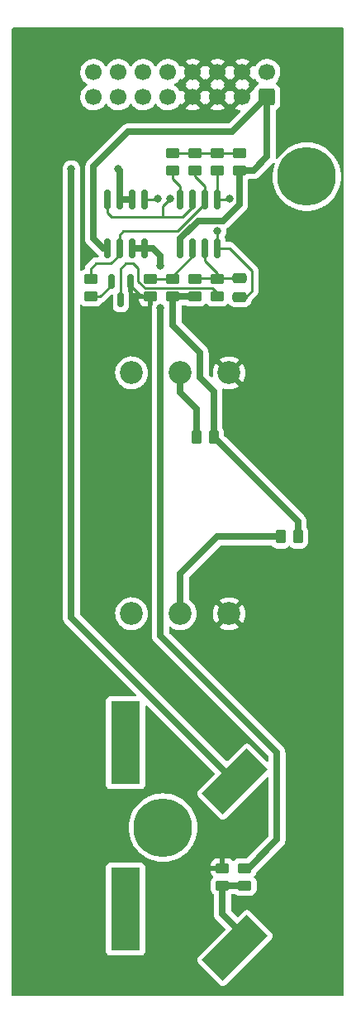
<source format=gbr>
%TF.GenerationSoftware,KiCad,Pcbnew,(6.0.0-0)*%
%TF.CreationDate,2022-11-09T20:37:38-05:00*%
%TF.ProjectId,VCO,56434f2e-6b69-4636-9164-5f7063625858,rev?*%
%TF.SameCoordinates,Original*%
%TF.FileFunction,Copper,L2,Bot*%
%TF.FilePolarity,Positive*%
%FSLAX46Y46*%
G04 Gerber Fmt 4.6, Leading zero omitted, Abs format (unit mm)*
G04 Created by KiCad (PCBNEW (6.0.0-0)) date 2022-11-09 20:37:38*
%MOMM*%
%LPD*%
G01*
G04 APERTURE LIST*
G04 Aperture macros list*
%AMRoundRect*
0 Rectangle with rounded corners*
0 $1 Rounding radius*
0 $2 $3 $4 $5 $6 $7 $8 $9 X,Y pos of 4 corners*
0 Add a 4 corners polygon primitive as box body*
4,1,4,$2,$3,$4,$5,$6,$7,$8,$9,$2,$3,0*
0 Add four circle primitives for the rounded corners*
1,1,$1+$1,$2,$3*
1,1,$1+$1,$4,$5*
1,1,$1+$1,$6,$7*
1,1,$1+$1,$8,$9*
0 Add four rect primitives between the rounded corners*
20,1,$1+$1,$2,$3,$4,$5,0*
20,1,$1+$1,$4,$5,$6,$7,0*
20,1,$1+$1,$6,$7,$8,$9,0*
20,1,$1+$1,$8,$9,$2,$3,0*%
%AMRotRect*
0 Rectangle, with rotation*
0 The origin of the aperture is its center*
0 $1 length*
0 $2 width*
0 $3 Rotation angle, in degrees counterclockwise*
0 Add horizontal line*
21,1,$1,$2,0,0,$3*%
G04 Aperture macros list end*
%TA.AperFunction,ComponentPad*%
%ADD10C,2.340000*%
%TD*%
%TA.AperFunction,ComponentPad*%
%ADD11C,0.800000*%
%TD*%
%TA.AperFunction,ComponentPad*%
%ADD12C,6.000000*%
%TD*%
%TA.AperFunction,ComponentPad*%
%ADD13R,3.000000X8.500000*%
%TD*%
%TA.AperFunction,ComponentPad*%
%ADD14RotRect,3.000000X6.500000X315.000000*%
%TD*%
%TA.AperFunction,SMDPad,CuDef*%
%ADD15RoundRect,0.250000X0.450000X-0.262500X0.450000X0.262500X-0.450000X0.262500X-0.450000X-0.262500X0*%
%TD*%
%TA.AperFunction,SMDPad,CuDef*%
%ADD16RoundRect,0.250000X-0.450000X0.262500X-0.450000X-0.262500X0.450000X-0.262500X0.450000X0.262500X0*%
%TD*%
%TA.AperFunction,SMDPad,CuDef*%
%ADD17RoundRect,0.250000X-0.262500X-0.450000X0.262500X-0.450000X0.262500X0.450000X-0.262500X0.450000X0*%
%TD*%
%TA.AperFunction,SMDPad,CuDef*%
%ADD18RoundRect,0.150000X0.150000X-0.825000X0.150000X0.825000X-0.150000X0.825000X-0.150000X-0.825000X0*%
%TD*%
%TA.AperFunction,SMDPad,CuDef*%
%ADD19RoundRect,0.250000X-0.475000X0.250000X-0.475000X-0.250000X0.475000X-0.250000X0.475000X0.250000X0*%
%TD*%
%TA.AperFunction,ComponentPad*%
%ADD20RoundRect,0.250000X0.600000X-0.600000X0.600000X0.600000X-0.600000X0.600000X-0.600000X-0.600000X0*%
%TD*%
%TA.AperFunction,ComponentPad*%
%ADD21C,1.700000*%
%TD*%
%TA.AperFunction,SMDPad,CuDef*%
%ADD22RoundRect,0.150000X-0.150000X0.587500X-0.150000X-0.587500X0.150000X-0.587500X0.150000X0.587500X0*%
%TD*%
%TA.AperFunction,ViaPad*%
%ADD23C,0.800000*%
%TD*%
%TA.AperFunction,Conductor*%
%ADD24C,0.700000*%
%TD*%
%TA.AperFunction,Conductor*%
%ADD25C,0.250000*%
%TD*%
%TA.AperFunction,Conductor*%
%ADD26C,0.500000*%
%TD*%
G04 APERTURE END LIST*
D10*
%TO.P,RV1,1,1*%
%TO.N,GND*%
X54276000Y-68574000D03*
%TO.P,RV1,2,2*%
%TO.N,Net-(R2-Pad1)*%
X49276000Y-68574000D03*
%TO.P,RV1,3,3*%
%TO.N,+12V*%
X44276000Y-68574000D03*
%TD*%
D11*
%TO.P,REF\u002A\u002A,1*%
%TO.N,N/C*%
X64480000Y-48514000D03*
X63820990Y-46923010D03*
X62230000Y-46264000D03*
X63820990Y-50104990D03*
X62230000Y-50764000D03*
X59980000Y-48514000D03*
D12*
X62230000Y-48514000D03*
D11*
X60639010Y-46923010D03*
X60639010Y-50104990D03*
%TD*%
D10*
%TO.P,RV2,1,1*%
%TO.N,GND*%
X54276000Y-93212000D03*
%TO.P,RV2,2,2*%
%TO.N,Net-(R3-Pad1)*%
X49276000Y-93212000D03*
%TO.P,RV2,3,3*%
%TO.N,+12V*%
X44276000Y-93212000D03*
%TD*%
D13*
%TO.P,J2,*%
%TO.N,*%
X43651000Y-123415000D03*
D14*
%TO.P,J2,1,Pin_1*%
%TO.N,SQUARE*%
X54861000Y-127397000D03*
%TD*%
D11*
%TO.P,REF\u002A\u002A,1*%
%TO.N,N/C*%
X45907010Y-116688990D03*
X49748000Y-115098000D03*
X47498000Y-112848000D03*
X45248000Y-115098000D03*
X47498000Y-117348000D03*
X49088990Y-116688990D03*
X49088990Y-113507010D03*
X45907010Y-113507010D03*
D12*
X47498000Y-115098000D03*
%TD*%
D13*
%TO.P,J3,*%
%TO.N,*%
X43651000Y-106397000D03*
D14*
%TO.P,J3,1,Pin_1*%
%TO.N,TRIANGLE*%
X54861000Y-110379000D03*
%TD*%
D15*
%TO.P,R11,1*%
%TO.N,Net-(R11-Pad1)*%
X50770000Y-47902500D03*
%TO.P,R11,2*%
%TO.N,Net-(R10-Pad2)*%
X50770000Y-46077500D03*
%TD*%
%TO.P,R12,2*%
%TO.N,Net-(R12-Pad2)*%
X55880000Y-119229500D03*
%TO.P,R12,1*%
%TO.N,SQUARE*%
X55880000Y-121054500D03*
%TD*%
D16*
%TO.P,R8,1*%
%TO.N,Net-(R10-Pad2)*%
X53056000Y-46077500D03*
%TO.P,R8,2*%
%TO.N,+12V*%
X53056000Y-47902500D03*
%TD*%
D15*
%TO.P,R4,1*%
%TO.N,Net-(R1-Pad1)*%
X50770000Y-60790500D03*
%TO.P,R4,2*%
%TO.N,Net-(C1-Pad1)*%
X50770000Y-58965500D03*
%TD*%
D17*
%TO.P,R3,2*%
%TO.N,Net-(R1-Pad1)*%
X61364500Y-85344000D03*
%TO.P,R3,1*%
%TO.N,Net-(R3-Pad1)*%
X59539500Y-85344000D03*
%TD*%
D15*
%TO.P,R13,2*%
%TO.N,GND*%
X53594000Y-119229500D03*
%TO.P,R13,1*%
%TO.N,SQUARE*%
X53594000Y-121054500D03*
%TD*%
D18*
%TO.P,U1,1*%
%TO.N,Net-(R12-Pad2)*%
X45563000Y-55815000D03*
%TO.P,U1,2,-*%
X44293000Y-55815000D03*
%TO.P,U1,3,+*%
%TO.N,Net-(R11-Pad1)*%
X43023000Y-55815000D03*
%TO.P,U1,4,V-*%
%TO.N,-12V*%
X41753000Y-55815000D03*
%TO.P,U1,5,+*%
%TO.N,Net-(C1-Pad2)*%
X41753000Y-50865000D03*
%TO.P,U1,6,-*%
%TO.N,TRIANGLE*%
X43023000Y-50865000D03*
%TO.P,U1,7*%
X44293000Y-50865000D03*
%TO.P,U1,8,V+*%
%TO.N,+12V*%
X45563000Y-50865000D03*
%TD*%
D19*
%TO.P,C1,1*%
%TO.N,Net-(C1-Pad1)*%
X55342000Y-58928000D03*
%TO.P,C1,2*%
%TO.N,Net-(C1-Pad2)*%
X55342000Y-60828000D03*
%TD*%
D20*
%TO.P,J1,1,Pin_1*%
%TO.N,-12V*%
X58166000Y-40376500D03*
D21*
%TO.P,J1,2,Pin_2*%
X58166000Y-37836500D03*
%TO.P,J1,3,Pin_3*%
%TO.N,GND*%
X55626000Y-40376500D03*
%TO.P,J1,4,Pin_4*%
X55626000Y-37836500D03*
%TO.P,J1,5,Pin_5*%
X53086000Y-40376500D03*
%TO.P,J1,6,Pin_6*%
X53086000Y-37836500D03*
%TO.P,J1,7,Pin_7*%
X50546000Y-40376500D03*
%TO.P,J1,8,Pin_8*%
X50546000Y-37836500D03*
%TO.P,J1,9,Pin_9*%
%TO.N,+12V*%
X48006000Y-40376500D03*
%TO.P,J1,10,Pin_10*%
X48006000Y-37836500D03*
%TO.P,J1,11,Pin_11*%
%TO.N,unconnected-(J1-Pad11)*%
X45466000Y-40376500D03*
%TO.P,J1,12,Pin_12*%
%TO.N,unconnected-(J1-Pad12)*%
X45466000Y-37836500D03*
%TO.P,J1,13,Pin_13*%
%TO.N,unconnected-(J1-Pad13)*%
X42926000Y-40376500D03*
%TO.P,J1,14,Pin_14*%
%TO.N,unconnected-(J1-Pad14)*%
X42926000Y-37836500D03*
%TO.P,J1,15,Pin_15*%
%TO.N,unconnected-(J1-Pad15)*%
X40386000Y-40376500D03*
%TO.P,J1,16,Pin_16*%
%TO.N,unconnected-(J1-Pad16)*%
X40386000Y-37836500D03*
%TD*%
D15*
%TO.P,R5,1*%
%TO.N,GND*%
X46198000Y-60790500D03*
%TO.P,R5,2*%
%TO.N,Net-(R1-Pad2)*%
X46198000Y-58965500D03*
%TD*%
D16*
%TO.P,R7,1*%
%TO.N,Net-(R11-Pad1)*%
X40102000Y-58965500D03*
%TO.P,R7,2*%
%TO.N,Net-(Q1-Pad1)*%
X40102000Y-60790500D03*
%TD*%
D15*
%TO.P,R1,1*%
%TO.N,Net-(R1-Pad1)*%
X48484000Y-60790500D03*
%TO.P,R1,2*%
%TO.N,Net-(R1-Pad2)*%
X48484000Y-58965500D03*
%TD*%
%TO.P,R9,1*%
%TO.N,-12V*%
X55342000Y-47902500D03*
%TO.P,R9,2*%
%TO.N,Net-(R10-Pad2)*%
X55342000Y-46077500D03*
%TD*%
D22*
%TO.P,Q1,1,B*%
%TO.N,Net-(Q1-Pad1)*%
X42230000Y-59260500D03*
%TO.P,Q1,2,E*%
%TO.N,GND*%
X44130000Y-59260500D03*
%TO.P,Q1,3,C*%
%TO.N,Net-(Q1-Pad3)*%
X43180000Y-61135500D03*
%TD*%
D17*
%TO.P,R2,2*%
%TO.N,Net-(R1-Pad1)*%
X52728500Y-75184000D03*
%TO.P,R2,1*%
%TO.N,Net-(R2-Pad1)*%
X50903500Y-75184000D03*
%TD*%
D15*
%TO.P,R10,1*%
%TO.N,Net-(R10-Pad1)*%
X48484000Y-47902500D03*
%TO.P,R10,2*%
%TO.N,Net-(R10-Pad2)*%
X48484000Y-46077500D03*
%TD*%
%TO.P,R6,1*%
%TO.N,Net-(Q1-Pad3)*%
X53056000Y-60790500D03*
%TO.P,R6,2*%
%TO.N,Net-(C1-Pad1)*%
X53056000Y-58965500D03*
%TD*%
D18*
%TO.P,U2,1*%
%TO.N,Net-(C1-Pad2)*%
X53083000Y-55815000D03*
%TO.P,U2,2,-*%
%TO.N,Net-(C1-Pad1)*%
X51813000Y-55815000D03*
%TO.P,U2,3,+*%
%TO.N,Net-(R1-Pad2)*%
X50543000Y-55815000D03*
%TO.P,U2,4,V-*%
%TO.N,-12V*%
X49273000Y-55815000D03*
%TO.P,U2,5,+*%
%TO.N,Net-(R10-Pad1)*%
X49273000Y-50865000D03*
%TO.P,U2,6,-*%
%TO.N,Net-(C1-Pad2)*%
X50543000Y-50865000D03*
%TO.P,U2,7*%
%TO.N,Net-(R11-Pad1)*%
X51813000Y-50865000D03*
%TO.P,U2,8,V+*%
%TO.N,+12V*%
X53083000Y-50865000D03*
%TD*%
D23*
%TO.N,GND*%
X45466000Y-62484000D03*
%TO.N,+12V*%
X46990000Y-50800000D03*
X54356000Y-50800000D03*
%TO.N,Net-(C1-Pad2)*%
X53086000Y-54102000D03*
X48260000Y-50800000D03*
%TO.N,TRIANGLE*%
X38100000Y-47752000D03*
X42926000Y-47752000D03*
%TO.N,Net-(R12-Pad2)*%
X47244000Y-57658000D03*
X47244000Y-61976000D03*
%TD*%
D24*
%TO.N,-12V*%
X55342000Y-47902500D02*
X56745500Y-47902500D01*
X56745500Y-47902500D02*
X58166000Y-46482000D01*
X58166000Y-46482000D02*
X58166000Y-40376500D01*
D25*
%TO.N,Net-(R11-Pad1)*%
X43023000Y-55815000D02*
X43023000Y-54513000D01*
X43023000Y-54513000D02*
X43434000Y-54102000D01*
X43434000Y-54102000D02*
X49022000Y-54102000D01*
X49022000Y-54102000D02*
X51813000Y-51311000D01*
X51813000Y-51311000D02*
X51813000Y-50865000D01*
D24*
%TO.N,TRIANGLE*%
X38100000Y-93618000D02*
X38100000Y-47752000D01*
X54861000Y-110379000D02*
X38100000Y-93618000D01*
X43023000Y-47849000D02*
X42926000Y-47752000D01*
X43023000Y-50865000D02*
X43023000Y-47849000D01*
%TO.N,Net-(R12-Pad2)*%
X47244000Y-57658000D02*
X47244000Y-56642000D01*
X47244000Y-56642000D02*
X46417000Y-55815000D01*
X46417000Y-55815000D02*
X45563000Y-55815000D01*
X55880000Y-119229500D02*
X56284500Y-119229500D01*
X56284500Y-119229500D02*
X59182000Y-116332000D01*
X59182000Y-116332000D02*
X59182000Y-115927500D01*
D25*
%TO.N,GND*%
X46198000Y-60790500D02*
X46198000Y-61752000D01*
X45296500Y-60790500D02*
X46198000Y-60790500D01*
X44130000Y-59624000D02*
X45296500Y-60790500D01*
X44130000Y-59260500D02*
X44130000Y-59624000D01*
X46198000Y-61752000D02*
X45466000Y-62484000D01*
%TO.N,+12V*%
X46925000Y-50865000D02*
X46990000Y-50800000D01*
X45563000Y-50865000D02*
X46925000Y-50865000D01*
X53056000Y-50838000D02*
X53083000Y-50865000D01*
X54291000Y-50865000D02*
X54356000Y-50800000D01*
X53083000Y-50865000D02*
X54291000Y-50865000D01*
X53056000Y-47902500D02*
X53056000Y-50838000D01*
%TO.N,Net-(C1-Pad1)*%
X55342000Y-58928000D02*
X50807500Y-58928000D01*
X53056000Y-58390000D02*
X53056000Y-58965500D01*
X51813000Y-55815000D02*
X51813000Y-57147000D01*
X51813000Y-57147000D02*
X53056000Y-58390000D01*
X50807500Y-58928000D02*
X50770000Y-58965500D01*
%TO.N,Net-(C1-Pad2)*%
X41753000Y-52167000D02*
X42248261Y-52662261D01*
X42248261Y-52662261D02*
X47498000Y-52662261D01*
X54291000Y-55815000D02*
X53083000Y-55815000D01*
X53083000Y-54105000D02*
X53086000Y-54102000D01*
X56642000Y-60198000D02*
X56642000Y-58166000D01*
X50543000Y-50865000D02*
X50543000Y-51629981D01*
X47498000Y-51562000D02*
X48260000Y-50800000D01*
X41753000Y-50865000D02*
X41753000Y-52167000D01*
X56012000Y-60828000D02*
X56642000Y-60198000D01*
X49510720Y-52662261D02*
X47498000Y-52662261D01*
X55342000Y-60828000D02*
X56012000Y-60828000D01*
X50543000Y-51629981D02*
X49510720Y-52662261D01*
X47498000Y-52578000D02*
X47498000Y-51562000D01*
X56642000Y-58166000D02*
X54291000Y-55815000D01*
X53083000Y-55815000D02*
X53083000Y-54105000D01*
%TO.N,Net-(Q1-Pad1)*%
X41063500Y-60790500D02*
X40102000Y-60790500D01*
X42200000Y-58940500D02*
X42200000Y-59654000D01*
X42200000Y-59654000D02*
X41063500Y-60790500D01*
%TO.N,Net-(Q1-Pad3)*%
X43688000Y-57404000D02*
X44450000Y-57404000D01*
X43150000Y-57942000D02*
X43688000Y-57404000D01*
X53056000Y-60422000D02*
X53056000Y-60790500D01*
X45651507Y-59944000D02*
X52578000Y-59944000D01*
X44450000Y-57404000D02*
X44958000Y-57912000D01*
X52578000Y-59944000D02*
X53056000Y-60422000D01*
X43150000Y-60815500D02*
X43150000Y-57942000D01*
X44958000Y-57912000D02*
X44958000Y-59250493D01*
X44958000Y-59250493D02*
X45651507Y-59944000D01*
D24*
%TO.N,Net-(R1-Pad1)*%
X48514000Y-63754000D02*
X48514000Y-60820500D01*
X61364500Y-85344000D02*
X61364500Y-83820000D01*
X61364500Y-83820000D02*
X52728500Y-75184000D01*
D25*
X48514000Y-60820500D02*
X48484000Y-60790500D01*
D24*
X51308000Y-69088000D02*
X51308000Y-66548000D01*
X52728500Y-70508500D02*
X51308000Y-69088000D01*
X50770000Y-60790500D02*
X48484000Y-60790500D01*
X52728500Y-75184000D02*
X52728500Y-70508500D01*
X51308000Y-66548000D02*
X48514000Y-63754000D01*
%TO.N,-12V*%
X55342000Y-47902500D02*
X55342000Y-51338000D01*
X54600500Y-43942000D02*
X58166000Y-40376500D01*
X41753000Y-55815000D02*
X41337000Y-55815000D01*
X51112489Y-53027511D02*
X49273000Y-54867000D01*
X43942000Y-43942000D02*
X54600500Y-43942000D01*
X40386000Y-47498000D02*
X43942000Y-43942000D01*
X41337000Y-55815000D02*
X40386000Y-54864000D01*
X53652489Y-53027511D02*
X51112489Y-53027511D01*
X49273000Y-54867000D02*
X49273000Y-55815000D01*
X40386000Y-54864000D02*
X40386000Y-47498000D01*
X55342000Y-51338000D02*
X53652489Y-53027511D01*
D25*
%TO.N,Net-(R1-Pad2)*%
X50543000Y-55815000D02*
X50543000Y-56645000D01*
X50543000Y-56645000D02*
X48484000Y-58704000D01*
X48484000Y-58965500D02*
X46198000Y-58965500D01*
X48484000Y-58704000D02*
X48484000Y-58965500D01*
D24*
%TO.N,Net-(R2-Pad1)*%
X49276000Y-70612000D02*
X50903500Y-72239500D01*
X50903500Y-72239500D02*
X50903500Y-75184000D01*
X49276000Y-68574000D02*
X49276000Y-70612000D01*
%TO.N,Net-(R3-Pad1)*%
X49276000Y-93212000D02*
X49276000Y-89154000D01*
X53086000Y-85344000D02*
X59539500Y-85344000D01*
X49276000Y-89154000D02*
X53086000Y-85344000D01*
D25*
%TO.N,Net-(R11-Pad1)*%
X51813000Y-49527000D02*
X51813000Y-50865000D01*
X42164000Y-57404000D02*
X40640000Y-57404000D01*
X40102000Y-57942000D02*
X40102000Y-58965500D01*
X40640000Y-57404000D02*
X40102000Y-57942000D01*
X43023000Y-56545000D02*
X42164000Y-57404000D01*
X43023000Y-55815000D02*
X43023000Y-56545000D01*
X50770000Y-48484000D02*
X51813000Y-49527000D01*
X50770000Y-47902500D02*
X50770000Y-48484000D01*
%TO.N,Net-(R10-Pad2)*%
X55342000Y-46077500D02*
X48484000Y-46077500D01*
%TO.N,Net-(R10-Pad1)*%
X48514000Y-47932500D02*
X48514000Y-48768000D01*
X49273000Y-49527000D02*
X49273000Y-50865000D01*
X48514000Y-48768000D02*
X49273000Y-49527000D01*
X48484000Y-47902500D02*
X48514000Y-47932500D01*
D26*
%TO.N,SQUARE*%
X54861000Y-125219000D02*
X54861000Y-127397000D01*
D24*
X53594000Y-121054500D02*
X55880000Y-121054500D01*
X53594000Y-121054500D02*
X53594000Y-123952000D01*
X53594000Y-123952000D02*
X54861000Y-125219000D01*
%TO.N,TRIANGLE*%
X43023000Y-50865000D02*
X44293000Y-50865000D01*
%TO.N,Net-(R12-Pad2)*%
X44293000Y-55815000D02*
X45563000Y-55815000D01*
X59182000Y-107442000D02*
X47244000Y-95504000D01*
X59182000Y-116078000D02*
X59182000Y-107442000D01*
X47244000Y-95504000D02*
X47244000Y-63754000D01*
X47244000Y-63754000D02*
X47244000Y-61976000D01*
%TD*%
%TA.AperFunction,Conductor*%
%TO.N,GND*%
G36*
X65982121Y-33294002D02*
G01*
X66028614Y-33347658D01*
X66040000Y-33400000D01*
X66040000Y-132208000D01*
X66019998Y-132276121D01*
X65966342Y-132322614D01*
X65914000Y-132334000D01*
X32130000Y-132334000D01*
X32061879Y-132313998D01*
X32015386Y-132260342D01*
X32004000Y-132208000D01*
X32004000Y-127713134D01*
X41642500Y-127713134D01*
X41649255Y-127775316D01*
X41700385Y-127911705D01*
X41787739Y-128028261D01*
X41904295Y-128115615D01*
X42040684Y-128166745D01*
X42102866Y-128173500D01*
X45199134Y-128173500D01*
X45261316Y-128166745D01*
X45397705Y-128115615D01*
X45514261Y-128028261D01*
X45601615Y-127911705D01*
X45652745Y-127775316D01*
X45659500Y-127713134D01*
X45659500Y-119116866D01*
X45652745Y-119054684D01*
X45616269Y-118957385D01*
X52386000Y-118957385D01*
X52390475Y-118972624D01*
X52391865Y-118973829D01*
X52399548Y-118975500D01*
X53321885Y-118975500D01*
X53337124Y-118971025D01*
X53338329Y-118969635D01*
X53340000Y-118961952D01*
X53340000Y-118227116D01*
X53335525Y-118211877D01*
X53334135Y-118210672D01*
X53326452Y-118209001D01*
X53096905Y-118209001D01*
X53090386Y-118209338D01*
X52994794Y-118219257D01*
X52981400Y-118222149D01*
X52827216Y-118273588D01*
X52814038Y-118279761D01*
X52676193Y-118365063D01*
X52664792Y-118374099D01*
X52550261Y-118488829D01*
X52541249Y-118500240D01*
X52456184Y-118638243D01*
X52450037Y-118651424D01*
X52398862Y-118805710D01*
X52395995Y-118819086D01*
X52386328Y-118913438D01*
X52386000Y-118919855D01*
X52386000Y-118957385D01*
X45616269Y-118957385D01*
X45601615Y-118918295D01*
X45514261Y-118801739D01*
X45397705Y-118714385D01*
X45261316Y-118663255D01*
X45199134Y-118656500D01*
X42102866Y-118656500D01*
X42040684Y-118663255D01*
X41904295Y-118714385D01*
X41787739Y-118801739D01*
X41700385Y-118918295D01*
X41649255Y-119054684D01*
X41642500Y-119116866D01*
X41642500Y-127713134D01*
X32004000Y-127713134D01*
X32004000Y-115098000D01*
X43984685Y-115098000D01*
X44003931Y-115465241D01*
X44061459Y-115828459D01*
X44156639Y-116183674D01*
X44157824Y-116186762D01*
X44157825Y-116186764D01*
X44181807Y-116249238D01*
X44288427Y-116526994D01*
X44289925Y-116529934D01*
X44426136Y-116797262D01*
X44455380Y-116854657D01*
X44457176Y-116857423D01*
X44457178Y-116857426D01*
X44526765Y-116964581D01*
X44655668Y-117163075D01*
X44887098Y-117448867D01*
X45147133Y-117708902D01*
X45432925Y-117940332D01*
X45741342Y-118140620D01*
X45744276Y-118142115D01*
X45744283Y-118142119D01*
X46005961Y-118275450D01*
X46069006Y-118307573D01*
X46412326Y-118439361D01*
X46767541Y-118534541D01*
X46960558Y-118565112D01*
X47127511Y-118591555D01*
X47127519Y-118591556D01*
X47130759Y-118592069D01*
X47498000Y-118611315D01*
X47865241Y-118592069D01*
X47868481Y-118591556D01*
X47868489Y-118591555D01*
X48035442Y-118565112D01*
X48228459Y-118534541D01*
X48583674Y-118439361D01*
X48926994Y-118307573D01*
X48990039Y-118275450D01*
X49251717Y-118142119D01*
X49251724Y-118142115D01*
X49254658Y-118140620D01*
X49563075Y-117940332D01*
X49848867Y-117708902D01*
X50108902Y-117448867D01*
X50340332Y-117163075D01*
X50469235Y-116964581D01*
X50538822Y-116857426D01*
X50538824Y-116857423D01*
X50540620Y-116854657D01*
X50569865Y-116797262D01*
X50706075Y-116529934D01*
X50707573Y-116526994D01*
X50814193Y-116249238D01*
X50838175Y-116186764D01*
X50838176Y-116186762D01*
X50839361Y-116183674D01*
X50934541Y-115828459D01*
X50992069Y-115465241D01*
X51011315Y-115098000D01*
X50992069Y-114730759D01*
X50934541Y-114367541D01*
X50839361Y-114012326D01*
X50707573Y-113669006D01*
X50540620Y-113341343D01*
X50340332Y-113032925D01*
X50108902Y-112747133D01*
X49848867Y-112487098D01*
X49563075Y-112255668D01*
X49254658Y-112055380D01*
X49251724Y-112053885D01*
X49251717Y-112053881D01*
X48929934Y-111889925D01*
X48926994Y-111888427D01*
X48583674Y-111756639D01*
X48228459Y-111661459D01*
X48000324Y-111625326D01*
X47868489Y-111604445D01*
X47868481Y-111604444D01*
X47865241Y-111603931D01*
X47498000Y-111584685D01*
X47130759Y-111603931D01*
X47127519Y-111604444D01*
X47127511Y-111604445D01*
X46995676Y-111625326D01*
X46767541Y-111661459D01*
X46412326Y-111756639D01*
X46069006Y-111888427D01*
X46066066Y-111889925D01*
X45744284Y-112053881D01*
X45744277Y-112053885D01*
X45741343Y-112055380D01*
X45432925Y-112255668D01*
X45147133Y-112487098D01*
X44887098Y-112747133D01*
X44655668Y-113032925D01*
X44455380Y-113341343D01*
X44288427Y-113669006D01*
X44156639Y-114012326D01*
X44061459Y-114367541D01*
X44003931Y-114730759D01*
X43984685Y-115098000D01*
X32004000Y-115098000D01*
X32004000Y-47752000D01*
X37186496Y-47752000D01*
X37187186Y-47758565D01*
X37197175Y-47853602D01*
X37206458Y-47941928D01*
X37235333Y-48030795D01*
X37241500Y-48069732D01*
X37241500Y-93576610D01*
X37241058Y-93587152D01*
X37236696Y-93639099D01*
X37237598Y-93645859D01*
X37237598Y-93645861D01*
X37247437Y-93719602D01*
X37247807Y-93722657D01*
X37256583Y-93803437D01*
X37258758Y-93809901D01*
X37259478Y-93813176D01*
X37259548Y-93813572D01*
X37259671Y-93813996D01*
X37260462Y-93817216D01*
X37261366Y-93823989D01*
X37289139Y-93900294D01*
X37290156Y-93903198D01*
X37316078Y-93980223D01*
X37319596Y-93986077D01*
X37320985Y-93989084D01*
X37321152Y-93989489D01*
X37321357Y-93989865D01*
X37322827Y-93992852D01*
X37325162Y-93999268D01*
X37368730Y-94067920D01*
X37370255Y-94070389D01*
X37412147Y-94140109D01*
X37416834Y-94145066D01*
X37418851Y-94147723D01*
X37419369Y-94148469D01*
X37422344Y-94152402D01*
X37425109Y-94156759D01*
X37428930Y-94161032D01*
X37482908Y-94215010D01*
X37485362Y-94217532D01*
X37540308Y-94275636D01*
X37545950Y-94279471D01*
X37551148Y-94283894D01*
X37550811Y-94284290D01*
X37558802Y-94290904D01*
X44691303Y-101423405D01*
X44725329Y-101485717D01*
X44720264Y-101556532D01*
X44677717Y-101613368D01*
X44611197Y-101638179D01*
X44602208Y-101638500D01*
X42102866Y-101638500D01*
X42040684Y-101645255D01*
X41904295Y-101696385D01*
X41787739Y-101783739D01*
X41700385Y-101900295D01*
X41649255Y-102036684D01*
X41642500Y-102098866D01*
X41642500Y-110695134D01*
X41649255Y-110757316D01*
X41700385Y-110893705D01*
X41787739Y-111010261D01*
X41904295Y-111097615D01*
X42040684Y-111148745D01*
X42102866Y-111155500D01*
X45199134Y-111155500D01*
X45261316Y-111148745D01*
X45397705Y-111097615D01*
X45514261Y-111010261D01*
X45601615Y-110893705D01*
X45652745Y-110757316D01*
X45659500Y-110695134D01*
X45659500Y-102695792D01*
X45679502Y-102627671D01*
X45733158Y-102581178D01*
X45803432Y-102571074D01*
X45868012Y-102600568D01*
X45874595Y-102606697D01*
X52744630Y-109476732D01*
X52778656Y-109539044D01*
X52773591Y-109609859D01*
X52744630Y-109654922D01*
X51108643Y-111290909D01*
X51106503Y-111293571D01*
X51074399Y-111333499D01*
X51074397Y-111333502D01*
X51069450Y-111339655D01*
X51009163Y-111472251D01*
X50988514Y-111616437D01*
X51009163Y-111760623D01*
X51069450Y-111893219D01*
X51074397Y-111899372D01*
X51074399Y-111899375D01*
X51095187Y-111925229D01*
X51108643Y-111941965D01*
X53298035Y-114131357D01*
X53300697Y-114133497D01*
X53340625Y-114165601D01*
X53340628Y-114165603D01*
X53346781Y-114170550D01*
X53479377Y-114230837D01*
X53488260Y-114232109D01*
X53488263Y-114232110D01*
X53614674Y-114250213D01*
X53623563Y-114251486D01*
X53632452Y-114250213D01*
X53758863Y-114232110D01*
X53758866Y-114232109D01*
X53767749Y-114230837D01*
X53900345Y-114170550D01*
X53906498Y-114165603D01*
X53906501Y-114165601D01*
X53946429Y-114133497D01*
X53949091Y-114131357D01*
X58108405Y-109972043D01*
X58170717Y-109938017D01*
X58241532Y-109943082D01*
X58298368Y-109985629D01*
X58323179Y-110052149D01*
X58323500Y-110061138D01*
X58323500Y-115924207D01*
X58303498Y-115992328D01*
X58286595Y-116013302D01*
X56128302Y-118171595D01*
X56065990Y-118205621D01*
X56039207Y-118208500D01*
X55379600Y-118208500D01*
X55376354Y-118208837D01*
X55376350Y-118208837D01*
X55280692Y-118218762D01*
X55280688Y-118218763D01*
X55273834Y-118219474D01*
X55267298Y-118221655D01*
X55267296Y-118221655D01*
X55250928Y-118227116D01*
X55106054Y-118275450D01*
X54955652Y-118368522D01*
X54830695Y-118493697D01*
X54829910Y-118492913D01*
X54777645Y-118529973D01*
X54706722Y-118533210D01*
X54645308Y-118497589D01*
X54637926Y-118489085D01*
X54636902Y-118487793D01*
X54522171Y-118373261D01*
X54510760Y-118364249D01*
X54372757Y-118279184D01*
X54359576Y-118273037D01*
X54205290Y-118221862D01*
X54191914Y-118218995D01*
X54097562Y-118209328D01*
X54091145Y-118209000D01*
X53866115Y-118209000D01*
X53850876Y-118213475D01*
X53849671Y-118214865D01*
X53848000Y-118222548D01*
X53848000Y-119357500D01*
X53827998Y-119425621D01*
X53774342Y-119472114D01*
X53722000Y-119483500D01*
X52404116Y-119483500D01*
X52388877Y-119487975D01*
X52387672Y-119489365D01*
X52386001Y-119497048D01*
X52386001Y-119539095D01*
X52386338Y-119545614D01*
X52396257Y-119641206D01*
X52399149Y-119654600D01*
X52450588Y-119808784D01*
X52456761Y-119821962D01*
X52542063Y-119959807D01*
X52551099Y-119971208D01*
X52632462Y-120052430D01*
X52666541Y-120114713D01*
X52661538Y-120185533D01*
X52632617Y-120230620D01*
X52549870Y-120313512D01*
X52549866Y-120313517D01*
X52544695Y-120318697D01*
X52451885Y-120469262D01*
X52396203Y-120637139D01*
X52385500Y-120741600D01*
X52385500Y-121367400D01*
X52396474Y-121473166D01*
X52452450Y-121640946D01*
X52545522Y-121791348D01*
X52670697Y-121916305D01*
X52676928Y-121920146D01*
X52682673Y-121924683D01*
X52681623Y-121926013D01*
X52723108Y-121972107D01*
X52735500Y-122026597D01*
X52735500Y-123910610D01*
X52735058Y-123921152D01*
X52730696Y-123973099D01*
X52731598Y-123979859D01*
X52731598Y-123979861D01*
X52741437Y-124053602D01*
X52741807Y-124056657D01*
X52750583Y-124137437D01*
X52752758Y-124143901D01*
X52753478Y-124147176D01*
X52753548Y-124147572D01*
X52753671Y-124147996D01*
X52754462Y-124151216D01*
X52755366Y-124157989D01*
X52783139Y-124234294D01*
X52784156Y-124237198D01*
X52810078Y-124314223D01*
X52813596Y-124320077D01*
X52814985Y-124323084D01*
X52815152Y-124323489D01*
X52815357Y-124323865D01*
X52816827Y-124326852D01*
X52819162Y-124333268D01*
X52862730Y-124401920D01*
X52864255Y-124404389D01*
X52906147Y-124474109D01*
X52910834Y-124479066D01*
X52912851Y-124481723D01*
X52913369Y-124482469D01*
X52916344Y-124486402D01*
X52919109Y-124490759D01*
X52922930Y-124495032D01*
X52976909Y-124549011D01*
X52979363Y-124551533D01*
X53034308Y-124609636D01*
X53039956Y-124613474D01*
X53045148Y-124617893D01*
X53044808Y-124618293D01*
X53052800Y-124624902D01*
X53833630Y-125405732D01*
X53867656Y-125468044D01*
X53862591Y-125538859D01*
X53833630Y-125583922D01*
X51108643Y-128308909D01*
X51106503Y-128311571D01*
X51074399Y-128351499D01*
X51074397Y-128351502D01*
X51069450Y-128357655D01*
X51009163Y-128490251D01*
X50988514Y-128634437D01*
X51009163Y-128778623D01*
X51069450Y-128911219D01*
X51074397Y-128917372D01*
X51074399Y-128917375D01*
X51095187Y-128943229D01*
X51108643Y-128959965D01*
X53298035Y-131149357D01*
X53300697Y-131151497D01*
X53340625Y-131183601D01*
X53340628Y-131183603D01*
X53346781Y-131188550D01*
X53479377Y-131248837D01*
X53488260Y-131250109D01*
X53488263Y-131250110D01*
X53614674Y-131268213D01*
X53623563Y-131269486D01*
X53632452Y-131268213D01*
X53758863Y-131250110D01*
X53758866Y-131250109D01*
X53767749Y-131248837D01*
X53900345Y-131188550D01*
X53906498Y-131183603D01*
X53906501Y-131183601D01*
X53946429Y-131151497D01*
X53949091Y-131149357D01*
X58613357Y-126485091D01*
X58626813Y-126468355D01*
X58647601Y-126442501D01*
X58647603Y-126442498D01*
X58652550Y-126436345D01*
X58712837Y-126303749D01*
X58733486Y-126159563D01*
X58712837Y-126015377D01*
X58652550Y-125882781D01*
X58647603Y-125876628D01*
X58647601Y-125876625D01*
X58615497Y-125836697D01*
X58613357Y-125834035D01*
X56423965Y-123644643D01*
X56407229Y-123631187D01*
X56381375Y-123610399D01*
X56381372Y-123610397D01*
X56375219Y-123605450D01*
X56242623Y-123545163D01*
X56233740Y-123543891D01*
X56233737Y-123543890D01*
X56107326Y-123525787D01*
X56098437Y-123524514D01*
X56089548Y-123525787D01*
X55963137Y-123543890D01*
X55963134Y-123543891D01*
X55954251Y-123545163D01*
X55821655Y-123605450D01*
X55815502Y-123610397D01*
X55815499Y-123610399D01*
X55775563Y-123642509D01*
X55772909Y-123644643D01*
X55770504Y-123647048D01*
X55770494Y-123647057D01*
X55225922Y-124191629D01*
X55163610Y-124225655D01*
X55092795Y-124220590D01*
X55047732Y-124191629D01*
X54489405Y-123633302D01*
X54455379Y-123570990D01*
X54452500Y-123544207D01*
X54452500Y-122039000D01*
X54472502Y-121970879D01*
X54526158Y-121924386D01*
X54578500Y-121913000D01*
X54915621Y-121913000D01*
X54981737Y-121931740D01*
X55100090Y-122004694D01*
X55107262Y-122009115D01*
X55159969Y-122026597D01*
X55268611Y-122062632D01*
X55268613Y-122062632D01*
X55275139Y-122064797D01*
X55281975Y-122065497D01*
X55281978Y-122065498D01*
X55325031Y-122069909D01*
X55379600Y-122075500D01*
X56380400Y-122075500D01*
X56383646Y-122075163D01*
X56383650Y-122075163D01*
X56479308Y-122065238D01*
X56479312Y-122065237D01*
X56486166Y-122064526D01*
X56492702Y-122062345D01*
X56492704Y-122062345D01*
X56624806Y-122018272D01*
X56653946Y-122008550D01*
X56804348Y-121915478D01*
X56929305Y-121790303D01*
X57022115Y-121639738D01*
X57077797Y-121471861D01*
X57088500Y-121367400D01*
X57088500Y-120741600D01*
X57077526Y-120635834D01*
X57021550Y-120468054D01*
X56928478Y-120317652D01*
X56841891Y-120231216D01*
X56807812Y-120168934D01*
X56812815Y-120098114D01*
X56841736Y-120053025D01*
X56924134Y-119970483D01*
X56929305Y-119965303D01*
X57022115Y-119814738D01*
X57066693Y-119680339D01*
X57097191Y-119630911D01*
X58420530Y-118307573D01*
X59759783Y-116968320D01*
X59767550Y-116961177D01*
X59802154Y-116931934D01*
X59807367Y-116927529D01*
X59856723Y-116862975D01*
X59858602Y-116860579D01*
X59909510Y-116797262D01*
X59912546Y-116791147D01*
X59914337Y-116788346D01*
X59914587Y-116787989D01*
X59914790Y-116787620D01*
X59916521Y-116784762D01*
X59920660Y-116779348D01*
X59954986Y-116705736D01*
X59956320Y-116702964D01*
X59989414Y-116636296D01*
X59992447Y-116630186D01*
X59994098Y-116623565D01*
X59995249Y-116620437D01*
X59995413Y-116620044D01*
X59995532Y-116619639D01*
X59996609Y-116616475D01*
X59999490Y-116610296D01*
X60017215Y-116530998D01*
X60017924Y-116528002D01*
X60035921Y-116455821D01*
X60035921Y-116455820D01*
X60037572Y-116449199D01*
X60037763Y-116442378D01*
X60038215Y-116439075D01*
X60038374Y-116438191D01*
X60039052Y-116433308D01*
X60040180Y-116428260D01*
X60040500Y-116422537D01*
X60040500Y-116346156D01*
X60040549Y-116342637D01*
X60042590Y-116269563D01*
X60042781Y-116262743D01*
X60041502Y-116256039D01*
X60040955Y-116249238D01*
X60041475Y-116249196D01*
X60040500Y-116238875D01*
X60040500Y-107483391D01*
X60040942Y-107472848D01*
X60044733Y-107427700D01*
X60045304Y-107420902D01*
X60034563Y-107340395D01*
X60034193Y-107337341D01*
X60026154Y-107263349D01*
X60025417Y-107256563D01*
X60023239Y-107250092D01*
X60022527Y-107246852D01*
X60022450Y-107246417D01*
X60022334Y-107246017D01*
X60021537Y-107242774D01*
X60020635Y-107236012D01*
X59992839Y-107159644D01*
X59991841Y-107156794D01*
X59968098Y-107086243D01*
X59965922Y-107079777D01*
X59962409Y-107073930D01*
X59961007Y-107070896D01*
X59960847Y-107070508D01*
X59960636Y-107070121D01*
X59959172Y-107067146D01*
X59956838Y-107060733D01*
X59913333Y-106992180D01*
X59911715Y-106989561D01*
X59873369Y-106925743D01*
X59869853Y-106919891D01*
X59865160Y-106914928D01*
X59863150Y-106912280D01*
X59862631Y-106911532D01*
X59859656Y-106907599D01*
X59856891Y-106903242D01*
X59853071Y-106898969D01*
X59799092Y-106844990D01*
X59796638Y-106842468D01*
X59746379Y-106789320D01*
X59746377Y-106789318D01*
X59741692Y-106784364D01*
X59736050Y-106780529D01*
X59730852Y-106776106D01*
X59731189Y-106775710D01*
X59723198Y-106769096D01*
X48139405Y-95185302D01*
X48105379Y-95122990D01*
X48102500Y-95096207D01*
X48102500Y-94681638D01*
X48122502Y-94613517D01*
X48176158Y-94567024D01*
X48246432Y-94556920D01*
X48303005Y-94580026D01*
X48384036Y-94639440D01*
X48388171Y-94641616D01*
X48388175Y-94641618D01*
X48464241Y-94681638D01*
X48604823Y-94755602D01*
X48735347Y-94801183D01*
X48834550Y-94835826D01*
X48840354Y-94837853D01*
X48844947Y-94838725D01*
X49080867Y-94883516D01*
X49080870Y-94883516D01*
X49085456Y-94884387D01*
X49210099Y-94889284D01*
X49330075Y-94893999D01*
X49330081Y-94893999D01*
X49334743Y-94894182D01*
X49424181Y-94884387D01*
X49578087Y-94867532D01*
X49578092Y-94867531D01*
X49582740Y-94867022D01*
X49589140Y-94865337D01*
X49819476Y-94804694D01*
X49819478Y-94804693D01*
X49823999Y-94803503D01*
X49829399Y-94801183D01*
X50048924Y-94706868D01*
X50048926Y-94706867D01*
X50053218Y-94705023D01*
X50155679Y-94641618D01*
X50261391Y-94576202D01*
X50261395Y-94576199D01*
X50265364Y-94573743D01*
X50276997Y-94563895D01*
X53288851Y-94563895D01*
X53297563Y-94575415D01*
X53380529Y-94636249D01*
X53388444Y-94641194D01*
X53600873Y-94752959D01*
X53609447Y-94756687D01*
X53836067Y-94835826D01*
X53845077Y-94838240D01*
X54080923Y-94883017D01*
X54090180Y-94884071D01*
X54330058Y-94893497D01*
X54339372Y-94893171D01*
X54577996Y-94867038D01*
X54587173Y-94865337D01*
X54819312Y-94804220D01*
X54828132Y-94801183D01*
X55048693Y-94706423D01*
X55056965Y-94702116D01*
X55260026Y-94576458D01*
X55266751Y-94566253D01*
X55260688Y-94555899D01*
X54288810Y-93584020D01*
X54274869Y-93576408D01*
X54273034Y-93576539D01*
X54266420Y-93580790D01*
X53295509Y-94551702D01*
X53288851Y-94563895D01*
X50276997Y-94563895D01*
X50455775Y-94412548D01*
X50537316Y-94319569D01*
X50617187Y-94228494D01*
X50617191Y-94228489D01*
X50620269Y-94224979D01*
X50636803Y-94199275D01*
X50720500Y-94069152D01*
X50755231Y-94015157D01*
X50857697Y-93787691D01*
X50876900Y-93719602D01*
X50924146Y-93552082D01*
X50924147Y-93552079D01*
X50925416Y-93547578D01*
X50956900Y-93300092D01*
X50956984Y-93296909D01*
X50958243Y-93248828D01*
X50959207Y-93212000D01*
X50956281Y-93172624D01*
X52594096Y-93172624D01*
X52605614Y-93412398D01*
X52606751Y-93421658D01*
X52653581Y-93657095D01*
X52656075Y-93666088D01*
X52737189Y-93892009D01*
X52740989Y-93900544D01*
X52854607Y-94111996D01*
X52859618Y-94119863D01*
X52912609Y-94190826D01*
X52923867Y-94199275D01*
X52936286Y-94192503D01*
X53903980Y-93224810D01*
X53910357Y-93213131D01*
X54640408Y-93213131D01*
X54640539Y-93214966D01*
X54644790Y-93221580D01*
X55618024Y-94194813D01*
X55630404Y-94201573D01*
X55638745Y-94195330D01*
X55752265Y-94018843D01*
X55756708Y-94010659D01*
X55855304Y-93791783D01*
X55858494Y-93783018D01*
X55923654Y-93551981D01*
X55925514Y-93542839D01*
X55956001Y-93303196D01*
X55956482Y-93296909D01*
X55958622Y-93215160D01*
X55958471Y-93208851D01*
X55940568Y-92967932D01*
X55939191Y-92958726D01*
X55886210Y-92724582D01*
X55883486Y-92715671D01*
X55796478Y-92491930D01*
X55792467Y-92483521D01*
X55673347Y-92275105D01*
X55668130Y-92267370D01*
X55640425Y-92232227D01*
X55628501Y-92223758D01*
X55616965Y-92230246D01*
X54648020Y-93199190D01*
X54640408Y-93213131D01*
X53910357Y-93213131D01*
X53911592Y-93210869D01*
X53911461Y-93209034D01*
X53907210Y-93202420D01*
X52934131Y-92229342D01*
X52920823Y-92222075D01*
X52910786Y-92229195D01*
X52909076Y-92231251D01*
X52903655Y-92238851D01*
X52779127Y-92444067D01*
X52774889Y-92452384D01*
X52682060Y-92673755D01*
X52679099Y-92682605D01*
X52620011Y-92915264D01*
X52618390Y-92924458D01*
X52594341Y-93163297D01*
X52594096Y-93172624D01*
X50956281Y-93172624D01*
X50940718Y-92963206D01*
X50885659Y-92719878D01*
X50871164Y-92682605D01*
X50796931Y-92491714D01*
X50796930Y-92491712D01*
X50795238Y-92487361D01*
X50770494Y-92444067D01*
X50749285Y-92406959D01*
X50671442Y-92270763D01*
X50516990Y-92074842D01*
X50335276Y-91903902D01*
X50269952Y-91858585D01*
X53286999Y-91858585D01*
X53291572Y-91868361D01*
X54263190Y-92839980D01*
X54277131Y-92847592D01*
X54278966Y-92847461D01*
X54285580Y-92843210D01*
X55256929Y-91871860D01*
X55263313Y-91860169D01*
X55253903Y-91848061D01*
X55133873Y-91764793D01*
X55125846Y-91760065D01*
X54910540Y-91653888D01*
X54901907Y-91650400D01*
X54673265Y-91577211D01*
X54664214Y-91575038D01*
X54427269Y-91536449D01*
X54417980Y-91535637D01*
X54177950Y-91532495D01*
X54168638Y-91533065D01*
X53930776Y-91565436D01*
X53921658Y-91567374D01*
X53691203Y-91634546D01*
X53682450Y-91637818D01*
X53464454Y-91738316D01*
X53456299Y-91742836D01*
X53296136Y-91847844D01*
X53286999Y-91858585D01*
X50269952Y-91858585D01*
X50188680Y-91802205D01*
X50144110Y-91746943D01*
X50134500Y-91698678D01*
X50134500Y-89561792D01*
X50154502Y-89493671D01*
X50171405Y-89472697D01*
X53404698Y-86239405D01*
X53467010Y-86205379D01*
X53493793Y-86202500D01*
X58567572Y-86202500D01*
X58635693Y-86222502D01*
X58669495Y-86256888D01*
X58670125Y-86256388D01*
X58674668Y-86262120D01*
X58678522Y-86268348D01*
X58803697Y-86393305D01*
X58809927Y-86397145D01*
X58809928Y-86397146D01*
X58947090Y-86481694D01*
X58954262Y-86486115D01*
X59034005Y-86512564D01*
X59115611Y-86539632D01*
X59115613Y-86539632D01*
X59122139Y-86541797D01*
X59128975Y-86542497D01*
X59128978Y-86542498D01*
X59172031Y-86546909D01*
X59226600Y-86552500D01*
X59852400Y-86552500D01*
X59855646Y-86552163D01*
X59855650Y-86552163D01*
X59951308Y-86542238D01*
X59951312Y-86542237D01*
X59958166Y-86541526D01*
X59964702Y-86539345D01*
X59964704Y-86539345D01*
X60096806Y-86495272D01*
X60125946Y-86485550D01*
X60276348Y-86392478D01*
X60362784Y-86305891D01*
X60425066Y-86271812D01*
X60495886Y-86276815D01*
X60540976Y-86305736D01*
X60628697Y-86393305D01*
X60634927Y-86397145D01*
X60634928Y-86397146D01*
X60772090Y-86481694D01*
X60779262Y-86486115D01*
X60859005Y-86512564D01*
X60940611Y-86539632D01*
X60940613Y-86539632D01*
X60947139Y-86541797D01*
X60953975Y-86542497D01*
X60953978Y-86542498D01*
X60997031Y-86546909D01*
X61051600Y-86552500D01*
X61677400Y-86552500D01*
X61680646Y-86552163D01*
X61680650Y-86552163D01*
X61776308Y-86542238D01*
X61776312Y-86542237D01*
X61783166Y-86541526D01*
X61789702Y-86539345D01*
X61789704Y-86539345D01*
X61921806Y-86495272D01*
X61950946Y-86485550D01*
X62101348Y-86392478D01*
X62226305Y-86267303D01*
X62319115Y-86116738D01*
X62374797Y-85948861D01*
X62385500Y-85844400D01*
X62385500Y-84843600D01*
X62385163Y-84840350D01*
X62375238Y-84744692D01*
X62375237Y-84744688D01*
X62374526Y-84737834D01*
X62371311Y-84728196D01*
X62320868Y-84577002D01*
X62318550Y-84570054D01*
X62278519Y-84505365D01*
X62241856Y-84446118D01*
X62223000Y-84379815D01*
X62223000Y-83861390D01*
X62223442Y-83850847D01*
X62227233Y-83805699D01*
X62227804Y-83798901D01*
X62217063Y-83718398D01*
X62216693Y-83715343D01*
X62208653Y-83641342D01*
X62207917Y-83634563D01*
X62205742Y-83628099D01*
X62205022Y-83624824D01*
X62204952Y-83624428D01*
X62204829Y-83624004D01*
X62204038Y-83620785D01*
X62203134Y-83614011D01*
X62175352Y-83537680D01*
X62174355Y-83534830D01*
X62150600Y-83464245D01*
X62150595Y-83464235D01*
X62148422Y-83457777D01*
X62144910Y-83451931D01*
X62143508Y-83448898D01*
X62143350Y-83448514D01*
X62143137Y-83448124D01*
X62141672Y-83445145D01*
X62139337Y-83438732D01*
X62135683Y-83432974D01*
X62135680Y-83432968D01*
X62095813Y-83370147D01*
X62094196Y-83367529D01*
X62055869Y-83303742D01*
X62055867Y-83303740D01*
X62052353Y-83297891D01*
X62047663Y-83292932D01*
X62045650Y-83290280D01*
X62045146Y-83289555D01*
X62042166Y-83285615D01*
X62039391Y-83281241D01*
X62035570Y-83276968D01*
X61981592Y-83222990D01*
X61979138Y-83220468D01*
X61928879Y-83167320D01*
X61928877Y-83167318D01*
X61924192Y-83162364D01*
X61918549Y-83158528D01*
X61913357Y-83154110D01*
X61913694Y-83153714D01*
X61905703Y-83147100D01*
X53786405Y-75027802D01*
X53752379Y-74965490D01*
X53749500Y-74938707D01*
X53749500Y-74683600D01*
X53738526Y-74577834D01*
X53682550Y-74410054D01*
X53605856Y-74286118D01*
X53587000Y-74219815D01*
X53587000Y-70549890D01*
X53587442Y-70539347D01*
X53591233Y-70494199D01*
X53591804Y-70487401D01*
X53581063Y-70406898D01*
X53580693Y-70403843D01*
X53572653Y-70329842D01*
X53571917Y-70323063D01*
X53569742Y-70316599D01*
X53569022Y-70313324D01*
X53568949Y-70312908D01*
X53568820Y-70312465D01*
X53568350Y-70310549D01*
X53568360Y-70310317D01*
X53568272Y-70309914D01*
X53568380Y-70309890D01*
X53568387Y-70309719D01*
X53567181Y-70302865D01*
X53567124Y-70302436D01*
X53568725Y-70302223D01*
X53571547Y-70239625D01*
X53612581Y-70181688D01*
X53678425Y-70155133D01*
X53732263Y-70161576D01*
X53836067Y-70197826D01*
X53845077Y-70200240D01*
X54080923Y-70245017D01*
X54090180Y-70246071D01*
X54330058Y-70255497D01*
X54339372Y-70255171D01*
X54577996Y-70229038D01*
X54587173Y-70227337D01*
X54819312Y-70166220D01*
X54828132Y-70163183D01*
X55048693Y-70068423D01*
X55056965Y-70064116D01*
X55260026Y-69938458D01*
X55266751Y-69928253D01*
X55260688Y-69917899D01*
X53917921Y-68575131D01*
X54640408Y-68575131D01*
X54640539Y-68576966D01*
X54644790Y-68583580D01*
X55618024Y-69556813D01*
X55630404Y-69563573D01*
X55638745Y-69557330D01*
X55752265Y-69380843D01*
X55756708Y-69372659D01*
X55855304Y-69153783D01*
X55858494Y-69145018D01*
X55923654Y-68913981D01*
X55925514Y-68904839D01*
X55956001Y-68665196D01*
X55956482Y-68658909D01*
X55958622Y-68577160D01*
X55958471Y-68570851D01*
X55940568Y-68329932D01*
X55939191Y-68320726D01*
X55886210Y-68086582D01*
X55883486Y-68077671D01*
X55796478Y-67853930D01*
X55792467Y-67845521D01*
X55673347Y-67637105D01*
X55668130Y-67629370D01*
X55640425Y-67594227D01*
X55628501Y-67585758D01*
X55616965Y-67592246D01*
X54648020Y-68561190D01*
X54640408Y-68575131D01*
X53917921Y-68575131D01*
X53916790Y-68574000D01*
X52934129Y-67591340D01*
X52920823Y-67584074D01*
X52910787Y-67591194D01*
X52909076Y-67593251D01*
X52903655Y-67600851D01*
X52779127Y-67806067D01*
X52774889Y-67814384D01*
X52682060Y-68035755D01*
X52679099Y-68044605D01*
X52620011Y-68277264D01*
X52618390Y-68286458D01*
X52594341Y-68525297D01*
X52594096Y-68534624D01*
X52605614Y-68774398D01*
X52606751Y-68783658D01*
X52622304Y-68861850D01*
X52615976Y-68932564D01*
X52572422Y-68988631D01*
X52505469Y-69012250D01*
X52436375Y-68995923D01*
X52409630Y-68975526D01*
X52203405Y-68769301D01*
X52169379Y-68706989D01*
X52166500Y-68680206D01*
X52166500Y-67220585D01*
X53286999Y-67220585D01*
X53291572Y-67230361D01*
X54263190Y-68201980D01*
X54277131Y-68209592D01*
X54278966Y-68209461D01*
X54285580Y-68205210D01*
X55256929Y-67233860D01*
X55263313Y-67222169D01*
X55253903Y-67210061D01*
X55133873Y-67126793D01*
X55125846Y-67122065D01*
X54910540Y-67015888D01*
X54901907Y-67012400D01*
X54673265Y-66939211D01*
X54664214Y-66937038D01*
X54427269Y-66898449D01*
X54417980Y-66897637D01*
X54177950Y-66894495D01*
X54168638Y-66895065D01*
X53930776Y-66927436D01*
X53921658Y-66929374D01*
X53691203Y-66996546D01*
X53682450Y-66999818D01*
X53464454Y-67100316D01*
X53456299Y-67104836D01*
X53296136Y-67209844D01*
X53286999Y-67220585D01*
X52166500Y-67220585D01*
X52166500Y-66589391D01*
X52166942Y-66578848D01*
X52170733Y-66533700D01*
X52171304Y-66526902D01*
X52160563Y-66446395D01*
X52160193Y-66443341D01*
X52152154Y-66369349D01*
X52151417Y-66362563D01*
X52149239Y-66356092D01*
X52148527Y-66352852D01*
X52148450Y-66352417D01*
X52148334Y-66352017D01*
X52147537Y-66348774D01*
X52146635Y-66342012D01*
X52118838Y-66265638D01*
X52117839Y-66262788D01*
X52094100Y-66192247D01*
X52094098Y-66192242D01*
X52091922Y-66185777D01*
X52088405Y-66179924D01*
X52087015Y-66176916D01*
X52086848Y-66176511D01*
X52086643Y-66176135D01*
X52085173Y-66173148D01*
X52082838Y-66166732D01*
X52039270Y-66098080D01*
X52037745Y-66095611D01*
X51995853Y-66025891D01*
X51991166Y-66020934D01*
X51989149Y-66018277D01*
X51988639Y-66017543D01*
X51985661Y-66013605D01*
X51982891Y-66009241D01*
X51979071Y-66004968D01*
X51925075Y-65950972D01*
X51922621Y-65948450D01*
X51872381Y-65895323D01*
X51867692Y-65890364D01*
X51862044Y-65886526D01*
X51856852Y-65882107D01*
X51857192Y-65881707D01*
X51849203Y-65875100D01*
X49409405Y-63435302D01*
X49375379Y-63372990D01*
X49372500Y-63346207D01*
X49372500Y-61775000D01*
X49392502Y-61706879D01*
X49446158Y-61660386D01*
X49498500Y-61649000D01*
X49805621Y-61649000D01*
X49871737Y-61667740D01*
X49990288Y-61740816D01*
X49997262Y-61745115D01*
X50059306Y-61765694D01*
X50158611Y-61798632D01*
X50158613Y-61798632D01*
X50165139Y-61800797D01*
X50171975Y-61801497D01*
X50171978Y-61801498D01*
X50215031Y-61805909D01*
X50269600Y-61811500D01*
X51270400Y-61811500D01*
X51273646Y-61811163D01*
X51273650Y-61811163D01*
X51369308Y-61801238D01*
X51369312Y-61801237D01*
X51376166Y-61800526D01*
X51382702Y-61798345D01*
X51382704Y-61798345D01*
X51514806Y-61754272D01*
X51543946Y-61744550D01*
X51694348Y-61651478D01*
X51819305Y-61526303D01*
X51820195Y-61527191D01*
X51872039Y-61490432D01*
X51942962Y-61487199D01*
X52004374Y-61522822D01*
X52005583Y-61524214D01*
X52007522Y-61527348D01*
X52132697Y-61652305D01*
X52138927Y-61656145D01*
X52138928Y-61656146D01*
X52276288Y-61740816D01*
X52283262Y-61745115D01*
X52345306Y-61765694D01*
X52444611Y-61798632D01*
X52444613Y-61798632D01*
X52451139Y-61800797D01*
X52457975Y-61801497D01*
X52457978Y-61801498D01*
X52501031Y-61805909D01*
X52555600Y-61811500D01*
X53556400Y-61811500D01*
X53559646Y-61811163D01*
X53559650Y-61811163D01*
X53655308Y-61801238D01*
X53655312Y-61801237D01*
X53662166Y-61800526D01*
X53668702Y-61798345D01*
X53668704Y-61798345D01*
X53800806Y-61754272D01*
X53829946Y-61744550D01*
X53980348Y-61651478D01*
X54071643Y-61560024D01*
X54085383Y-61546260D01*
X54147666Y-61512181D01*
X54218486Y-61517184D01*
X54267831Y-61553040D01*
X54268522Y-61552348D01*
X54393697Y-61677305D01*
X54399927Y-61681145D01*
X54399928Y-61681146D01*
X54537090Y-61765694D01*
X54544262Y-61770115D01*
X54610117Y-61791958D01*
X54705611Y-61823632D01*
X54705613Y-61823632D01*
X54712139Y-61825797D01*
X54718975Y-61826497D01*
X54718978Y-61826498D01*
X54762031Y-61830909D01*
X54816600Y-61836500D01*
X55867400Y-61836500D01*
X55870646Y-61836163D01*
X55870650Y-61836163D01*
X55966308Y-61826238D01*
X55966312Y-61826237D01*
X55973166Y-61825526D01*
X55979702Y-61823345D01*
X55979704Y-61823345D01*
X56124610Y-61775000D01*
X56140946Y-61769550D01*
X56291348Y-61676478D01*
X56416305Y-61551303D01*
X56427884Y-61532519D01*
X56505275Y-61406968D01*
X56505276Y-61406966D01*
X56509115Y-61400738D01*
X56555586Y-61260631D01*
X56562632Y-61239389D01*
X56562632Y-61239387D01*
X56564797Y-61232861D01*
X56567280Y-61208627D01*
X56594121Y-61142900D01*
X56603529Y-61132375D01*
X57034247Y-60701657D01*
X57042537Y-60694113D01*
X57049018Y-60690000D01*
X57095659Y-60640332D01*
X57098413Y-60637491D01*
X57118135Y-60617769D01*
X57120612Y-60614576D01*
X57128317Y-60605555D01*
X57153159Y-60579100D01*
X57158586Y-60573321D01*
X57162407Y-60566371D01*
X57168346Y-60555568D01*
X57179202Y-60539041D01*
X57186757Y-60529302D01*
X57186758Y-60529300D01*
X57191614Y-60523040D01*
X57209174Y-60482460D01*
X57214391Y-60471812D01*
X57231875Y-60440009D01*
X57231876Y-60440007D01*
X57235695Y-60433060D01*
X57240733Y-60413437D01*
X57247137Y-60394734D01*
X57252033Y-60383420D01*
X57252033Y-60383419D01*
X57255181Y-60376145D01*
X57256420Y-60368322D01*
X57256423Y-60368312D01*
X57262099Y-60332476D01*
X57264505Y-60320856D01*
X57273528Y-60285711D01*
X57273528Y-60285710D01*
X57275500Y-60278030D01*
X57275500Y-60257776D01*
X57277051Y-60238065D01*
X57278980Y-60225886D01*
X57280220Y-60218057D01*
X57276059Y-60174038D01*
X57275500Y-60162181D01*
X57275500Y-58244767D01*
X57276027Y-58233584D01*
X57277702Y-58226091D01*
X57277030Y-58204697D01*
X57275562Y-58158014D01*
X57275500Y-58154055D01*
X57275500Y-58126144D01*
X57274995Y-58122144D01*
X57274062Y-58110301D01*
X57273881Y-58104522D01*
X57272673Y-58066111D01*
X57267021Y-58046657D01*
X57263013Y-58027300D01*
X57261468Y-58015070D01*
X57261468Y-58015069D01*
X57260474Y-58007203D01*
X57253036Y-57988417D01*
X57244196Y-57966088D01*
X57240351Y-57954858D01*
X57230229Y-57920017D01*
X57230229Y-57920016D01*
X57228018Y-57912407D01*
X57223985Y-57905588D01*
X57223983Y-57905583D01*
X57217707Y-57894972D01*
X57209012Y-57877224D01*
X57201552Y-57858383D01*
X57175564Y-57822613D01*
X57169048Y-57812693D01*
X57150580Y-57781465D01*
X57150578Y-57781462D01*
X57146542Y-57774638D01*
X57132221Y-57760317D01*
X57119380Y-57745283D01*
X57112131Y-57735306D01*
X57107472Y-57728893D01*
X57073395Y-57700702D01*
X57064616Y-57692712D01*
X54794652Y-55422747D01*
X54787112Y-55414461D01*
X54783000Y-55407982D01*
X54733348Y-55361356D01*
X54730507Y-55358602D01*
X54710770Y-55338865D01*
X54707573Y-55336385D01*
X54698551Y-55328680D01*
X54672100Y-55303841D01*
X54666321Y-55298414D01*
X54659375Y-55294595D01*
X54659372Y-55294593D01*
X54648566Y-55288652D01*
X54632047Y-55277801D01*
X54631583Y-55277441D01*
X54616041Y-55265386D01*
X54608772Y-55262241D01*
X54608768Y-55262238D01*
X54575463Y-55247826D01*
X54564813Y-55242609D01*
X54526060Y-55221305D01*
X54506437Y-55216267D01*
X54487734Y-55209863D01*
X54476420Y-55204967D01*
X54476419Y-55204967D01*
X54469145Y-55201819D01*
X54461322Y-55200580D01*
X54461312Y-55200577D01*
X54425476Y-55194901D01*
X54413856Y-55192495D01*
X54378711Y-55183472D01*
X54378710Y-55183472D01*
X54371030Y-55181500D01*
X54350776Y-55181500D01*
X54331065Y-55179949D01*
X54318886Y-55178020D01*
X54311057Y-55176780D01*
X54303165Y-55177526D01*
X54267039Y-55180941D01*
X54255181Y-55181500D01*
X54017500Y-55181500D01*
X53949379Y-55161498D01*
X53902886Y-55107842D01*
X53891500Y-55055500D01*
X53891500Y-54923498D01*
X53888562Y-54886169D01*
X53842145Y-54726399D01*
X53838108Y-54719573D01*
X53837735Y-54718711D01*
X53829036Y-54648250D01*
X53844252Y-54605668D01*
X53917223Y-54479279D01*
X53917224Y-54479278D01*
X53920527Y-54473556D01*
X53979542Y-54291928D01*
X53981541Y-54272914D01*
X53998814Y-54108565D01*
X53999504Y-54102000D01*
X53980287Y-53919159D01*
X53993059Y-53849321D01*
X54038082Y-53799605D01*
X54102344Y-53758822D01*
X54104880Y-53757255D01*
X54174598Y-53715364D01*
X54179555Y-53710677D01*
X54182212Y-53708660D01*
X54182958Y-53708142D01*
X54186891Y-53705167D01*
X54191248Y-53702402D01*
X54195521Y-53698581D01*
X54249499Y-53644603D01*
X54252021Y-53642149D01*
X54305169Y-53591890D01*
X54305171Y-53591888D01*
X54310125Y-53587203D01*
X54313960Y-53581561D01*
X54318383Y-53576363D01*
X54318779Y-53576700D01*
X54325393Y-53568709D01*
X55919776Y-51974326D01*
X55927543Y-51967183D01*
X55943615Y-51953601D01*
X55967367Y-51933529D01*
X55990891Y-51902761D01*
X56016710Y-51868992D01*
X56018609Y-51866571D01*
X56065232Y-51808582D01*
X56065233Y-51808580D01*
X56069509Y-51803262D01*
X56072543Y-51797150D01*
X56074330Y-51794356D01*
X56074582Y-51793996D01*
X56074785Y-51793627D01*
X56076517Y-51790766D01*
X56080660Y-51785348D01*
X56114993Y-51711721D01*
X56116327Y-51708949D01*
X56119717Y-51702121D01*
X56152447Y-51636186D01*
X56154098Y-51629565D01*
X56155249Y-51626437D01*
X56155413Y-51626044D01*
X56155532Y-51625639D01*
X56156609Y-51622475D01*
X56159490Y-51616296D01*
X56177215Y-51536998D01*
X56177924Y-51534002D01*
X56195921Y-51461821D01*
X56195921Y-51461820D01*
X56197572Y-51455199D01*
X56197763Y-51448378D01*
X56198215Y-51445075D01*
X56198374Y-51444191D01*
X56199052Y-51439308D01*
X56200180Y-51434260D01*
X56200500Y-51428537D01*
X56200500Y-51352156D01*
X56200549Y-51348637D01*
X56202590Y-51275563D01*
X56202781Y-51268743D01*
X56201502Y-51262039D01*
X56200955Y-51255238D01*
X56201475Y-51255196D01*
X56200500Y-51244875D01*
X56200500Y-48887000D01*
X56220502Y-48818879D01*
X56274158Y-48772386D01*
X56326500Y-48761000D01*
X56704110Y-48761000D01*
X56714652Y-48761442D01*
X56766599Y-48765804D01*
X56773359Y-48764902D01*
X56773361Y-48764902D01*
X56847102Y-48755063D01*
X56850157Y-48754693D01*
X56882389Y-48751191D01*
X56930937Y-48745917D01*
X56937401Y-48743742D01*
X56940676Y-48743022D01*
X56941072Y-48742952D01*
X56941496Y-48742829D01*
X56944716Y-48742038D01*
X56951489Y-48741134D01*
X57027823Y-48713351D01*
X57030698Y-48712344D01*
X57049273Y-48706093D01*
X57107723Y-48686422D01*
X57113577Y-48682904D01*
X57116584Y-48681515D01*
X57116989Y-48681348D01*
X57117365Y-48681143D01*
X57120352Y-48679673D01*
X57126768Y-48677338D01*
X57195420Y-48633770D01*
X57197889Y-48632245D01*
X57267609Y-48590353D01*
X57272566Y-48585666D01*
X57275223Y-48583649D01*
X57275969Y-48583131D01*
X57279902Y-48580156D01*
X57284259Y-48577391D01*
X57288532Y-48573570D01*
X57342510Y-48519592D01*
X57345032Y-48517138D01*
X57398180Y-48466879D01*
X57398182Y-48466877D01*
X57403136Y-48462192D01*
X57406971Y-48456550D01*
X57411394Y-48451352D01*
X57411790Y-48451689D01*
X57418404Y-48443698D01*
X58743776Y-47118326D01*
X58751539Y-47111186D01*
X58759837Y-47104174D01*
X58824779Y-47075485D01*
X58894922Y-47086460D01*
X58947997Y-47133615D01*
X58967152Y-47201978D01*
X58958793Y-47245568D01*
X58930158Y-47320166D01*
X58896648Y-47407463D01*
X58888639Y-47428326D01*
X58793459Y-47783541D01*
X58768373Y-47941928D01*
X58738700Y-48129279D01*
X58735931Y-48146759D01*
X58716685Y-48514000D01*
X58735931Y-48881241D01*
X58736444Y-48884481D01*
X58736445Y-48884489D01*
X58759241Y-49028417D01*
X58793459Y-49244459D01*
X58888639Y-49599674D01*
X59020427Y-49942994D01*
X59021925Y-49945934D01*
X59104725Y-50108437D01*
X59187380Y-50270657D01*
X59387668Y-50579075D01*
X59619098Y-50864867D01*
X59879133Y-51124902D01*
X60164925Y-51356332D01*
X60167700Y-51358134D01*
X60443127Y-51536998D01*
X60473342Y-51556620D01*
X60476276Y-51558115D01*
X60476283Y-51558119D01*
X60772305Y-51708949D01*
X60801006Y-51723573D01*
X61144326Y-51855361D01*
X61499541Y-51950541D01*
X61649714Y-51974326D01*
X61859511Y-52007555D01*
X61859519Y-52007556D01*
X61862759Y-52008069D01*
X62230000Y-52027315D01*
X62597241Y-52008069D01*
X62600481Y-52007556D01*
X62600489Y-52007555D01*
X62810286Y-51974326D01*
X62960459Y-51950541D01*
X63315674Y-51855361D01*
X63658994Y-51723573D01*
X63687695Y-51708949D01*
X63983717Y-51558119D01*
X63983724Y-51558115D01*
X63986658Y-51556620D01*
X64016874Y-51536998D01*
X64292300Y-51358134D01*
X64295075Y-51356332D01*
X64580867Y-51124902D01*
X64840902Y-50864867D01*
X65072332Y-50579075D01*
X65272620Y-50270657D01*
X65355276Y-50108437D01*
X65438075Y-49945934D01*
X65439573Y-49942994D01*
X65571361Y-49599674D01*
X65666541Y-49244459D01*
X65700759Y-49028417D01*
X65723555Y-48884489D01*
X65723556Y-48884481D01*
X65724069Y-48881241D01*
X65743315Y-48514000D01*
X65724069Y-48146759D01*
X65721301Y-48129279D01*
X65691627Y-47941928D01*
X65666541Y-47783541D01*
X65571361Y-47428326D01*
X65563353Y-47407463D01*
X65484474Y-47201978D01*
X65439573Y-47085006D01*
X65380061Y-46968207D01*
X65274119Y-46760284D01*
X65274115Y-46760277D01*
X65272620Y-46757343D01*
X65267919Y-46750103D01*
X65106402Y-46501389D01*
X65072332Y-46448925D01*
X64840902Y-46163133D01*
X64580867Y-45903098D01*
X64295075Y-45671668D01*
X64029511Y-45499209D01*
X63989427Y-45473178D01*
X63989424Y-45473176D01*
X63986658Y-45471380D01*
X63983724Y-45469885D01*
X63983717Y-45469881D01*
X63661934Y-45305925D01*
X63658994Y-45304427D01*
X63315674Y-45172639D01*
X62960459Y-45077459D01*
X62767442Y-45046888D01*
X62600489Y-45020445D01*
X62600481Y-45020444D01*
X62597241Y-45019931D01*
X62230000Y-45000685D01*
X61862759Y-45019931D01*
X61859519Y-45020444D01*
X61859511Y-45020445D01*
X61692558Y-45046888D01*
X61499541Y-45077459D01*
X61144326Y-45172639D01*
X60801006Y-45304427D01*
X60798066Y-45305925D01*
X60476284Y-45469881D01*
X60476277Y-45469885D01*
X60473343Y-45471380D01*
X60470577Y-45473176D01*
X60470574Y-45473178D01*
X60430490Y-45499209D01*
X60164925Y-45671668D01*
X59879133Y-45903098D01*
X59619098Y-46163133D01*
X59387668Y-46448925D01*
X59290079Y-46599199D01*
X59255761Y-46652045D01*
X59201884Y-46698282D01*
X59131563Y-46708052D01*
X59067123Y-46678252D01*
X59029024Y-46618344D01*
X59024284Y-46576396D01*
X59024401Y-46574307D01*
X59024500Y-46572537D01*
X59024500Y-46496156D01*
X59024549Y-46492637D01*
X59024678Y-46488022D01*
X59026781Y-46412743D01*
X59025502Y-46406039D01*
X59024955Y-46399238D01*
X59025475Y-46399196D01*
X59024500Y-46388875D01*
X59024500Y-41777887D01*
X59044502Y-41709766D01*
X59090730Y-41669316D01*
X59089946Y-41668050D01*
X59234120Y-41578832D01*
X59240348Y-41574978D01*
X59365305Y-41449803D01*
X59387357Y-41414029D01*
X59454275Y-41305468D01*
X59454276Y-41305466D01*
X59458115Y-41299238D01*
X59513797Y-41131361D01*
X59524500Y-41026900D01*
X59524500Y-39726100D01*
X59524077Y-39722023D01*
X59514238Y-39627192D01*
X59514237Y-39627188D01*
X59513526Y-39620334D01*
X59479598Y-39518638D01*
X59459868Y-39459502D01*
X59457550Y-39452554D01*
X59364478Y-39302152D01*
X59239303Y-39177195D01*
X59224166Y-39167864D01*
X59146284Y-39119857D01*
X59088738Y-39084385D01*
X59081785Y-39082079D01*
X59080904Y-39081668D01*
X59027618Y-39034752D01*
X59008156Y-38966475D01*
X59028696Y-38898515D01*
X59046529Y-38878344D01*
X59045860Y-38877673D01*
X59200435Y-38723637D01*
X59204096Y-38719989D01*
X59263594Y-38637189D01*
X59331435Y-38542777D01*
X59334453Y-38538577D01*
X59347995Y-38511178D01*
X59431136Y-38342953D01*
X59431137Y-38342951D01*
X59433430Y-38338311D01*
X59498370Y-38124569D01*
X59527529Y-37903090D01*
X59529156Y-37836500D01*
X59510852Y-37613861D01*
X59456431Y-37397202D01*
X59367354Y-37192340D01*
X59246014Y-37004777D01*
X59095670Y-36839551D01*
X59091619Y-36836352D01*
X59091615Y-36836348D01*
X58924414Y-36704300D01*
X58924410Y-36704298D01*
X58920359Y-36701098D01*
X58724789Y-36593138D01*
X58719920Y-36591414D01*
X58719916Y-36591412D01*
X58519087Y-36520295D01*
X58519083Y-36520294D01*
X58514212Y-36518569D01*
X58509119Y-36517662D01*
X58509116Y-36517661D01*
X58299373Y-36480300D01*
X58299367Y-36480299D01*
X58294284Y-36479394D01*
X58220452Y-36478492D01*
X58076081Y-36476728D01*
X58076079Y-36476728D01*
X58070911Y-36476665D01*
X57850091Y-36510455D01*
X57637756Y-36579857D01*
X57439607Y-36683007D01*
X57435474Y-36686110D01*
X57435471Y-36686112D01*
X57265100Y-36814030D01*
X57260965Y-36817135D01*
X57106629Y-36978638D01*
X56999204Y-37136118D01*
X56998898Y-37136566D01*
X56943987Y-37181569D01*
X56873462Y-37189740D01*
X56809715Y-37158486D01*
X56789017Y-37134001D01*
X56759062Y-37087697D01*
X56748377Y-37078495D01*
X56738812Y-37082898D01*
X55998022Y-37823688D01*
X55990408Y-37837632D01*
X55990539Y-37839465D01*
X55994790Y-37846080D01*
X56736474Y-38587764D01*
X56748484Y-38594323D01*
X56760223Y-38585355D01*
X56794022Y-38538319D01*
X56795277Y-38539221D01*
X56842391Y-38495855D01*
X56912330Y-38483648D01*
X56977767Y-38511191D01*
X57005580Y-38543013D01*
X57063287Y-38637183D01*
X57063291Y-38637188D01*
X57065987Y-38641588D01*
X57212250Y-38810438D01*
X57282344Y-38868631D01*
X57321979Y-38927533D01*
X57323477Y-38998514D01*
X57286363Y-39059037D01*
X57255312Y-39079675D01*
X57248996Y-39082634D01*
X57242054Y-39084950D01*
X57091652Y-39178022D01*
X56966695Y-39303197D01*
X56962855Y-39309427D01*
X56962854Y-39309428D01*
X56919630Y-39379551D01*
X56873885Y-39453762D01*
X56871581Y-39460709D01*
X56849236Y-39528077D01*
X56808806Y-39586437D01*
X56782330Y-39602866D01*
X56738811Y-39622899D01*
X54872737Y-41488973D01*
X54865977Y-41501353D01*
X54871258Y-41508407D01*
X55032756Y-41602779D01*
X55042042Y-41607229D01*
X55241001Y-41683203D01*
X55250899Y-41686079D01*
X55346357Y-41705500D01*
X55409123Y-41738682D01*
X55443985Y-41800530D01*
X55439876Y-41871407D01*
X55410333Y-41918065D01*
X54698226Y-42630171D01*
X54281802Y-43046595D01*
X54219490Y-43080621D01*
X54192707Y-43083500D01*
X43983390Y-43083500D01*
X43972847Y-43083058D01*
X43920901Y-43078696D01*
X43914141Y-43079598D01*
X43914139Y-43079598D01*
X43840398Y-43089437D01*
X43837343Y-43089807D01*
X43805111Y-43093309D01*
X43756563Y-43098583D01*
X43750099Y-43100758D01*
X43746824Y-43101478D01*
X43746428Y-43101548D01*
X43746004Y-43101671D01*
X43742785Y-43102462D01*
X43736011Y-43103366D01*
X43659680Y-43131148D01*
X43656830Y-43132145D01*
X43586245Y-43155900D01*
X43586235Y-43155905D01*
X43579777Y-43158078D01*
X43573931Y-43161590D01*
X43570898Y-43162992D01*
X43570514Y-43163150D01*
X43570124Y-43163363D01*
X43567145Y-43164828D01*
X43560732Y-43167163D01*
X43554974Y-43170817D01*
X43554968Y-43170820D01*
X43492147Y-43210687D01*
X43489529Y-43212304D01*
X43425742Y-43250631D01*
X43425740Y-43250633D01*
X43419891Y-43254147D01*
X43414932Y-43258837D01*
X43412280Y-43260850D01*
X43411555Y-43261354D01*
X43407615Y-43264334D01*
X43403241Y-43267109D01*
X43398968Y-43270930D01*
X43344990Y-43324908D01*
X43342468Y-43327362D01*
X43284364Y-43382308D01*
X43280526Y-43387956D01*
X43276107Y-43393148D01*
X43275707Y-43392808D01*
X43269098Y-43400800D01*
X39808217Y-46861680D01*
X39800451Y-46868822D01*
X39760633Y-46902471D01*
X39756486Y-46907895D01*
X39756485Y-46907896D01*
X39711326Y-46966962D01*
X39709432Y-46969379D01*
X39658490Y-47032738D01*
X39655453Y-47038857D01*
X39653665Y-47041652D01*
X39653412Y-47042013D01*
X39653210Y-47042380D01*
X39651479Y-47045238D01*
X39647340Y-47050652D01*
X39629882Y-47088091D01*
X39613015Y-47124262D01*
X39611681Y-47127033D01*
X39575553Y-47199814D01*
X39573902Y-47206435D01*
X39572751Y-47209563D01*
X39572587Y-47209956D01*
X39572468Y-47210361D01*
X39571391Y-47213525D01*
X39568510Y-47219704D01*
X39567023Y-47226358D01*
X39550785Y-47299002D01*
X39550076Y-47301998D01*
X39530428Y-47380801D01*
X39530237Y-47387622D01*
X39529785Y-47390925D01*
X39529626Y-47391809D01*
X39528948Y-47396692D01*
X39527820Y-47401740D01*
X39527500Y-47407463D01*
X39527500Y-47483844D01*
X39527451Y-47487363D01*
X39525219Y-47567257D01*
X39526498Y-47573961D01*
X39527045Y-47580762D01*
X39526525Y-47580804D01*
X39527500Y-47591125D01*
X39527500Y-54822610D01*
X39527058Y-54833152D01*
X39522696Y-54885099D01*
X39523598Y-54891859D01*
X39523598Y-54891861D01*
X39533437Y-54965602D01*
X39533807Y-54968657D01*
X39535525Y-54984466D01*
X39542583Y-55049437D01*
X39544758Y-55055901D01*
X39545478Y-55059176D01*
X39545548Y-55059572D01*
X39545671Y-55059996D01*
X39546462Y-55063216D01*
X39547366Y-55069989D01*
X39575139Y-55146294D01*
X39576156Y-55149198D01*
X39602078Y-55226223D01*
X39605596Y-55232077D01*
X39606985Y-55235084D01*
X39607152Y-55235489D01*
X39607357Y-55235865D01*
X39608827Y-55238852D01*
X39611162Y-55245268D01*
X39654730Y-55313920D01*
X39656255Y-55316389D01*
X39698147Y-55386109D01*
X39702834Y-55391066D01*
X39704851Y-55393723D01*
X39705369Y-55394469D01*
X39708344Y-55398402D01*
X39711109Y-55402759D01*
X39714930Y-55407032D01*
X39768908Y-55461010D01*
X39771362Y-55463532D01*
X39826308Y-55521636D01*
X39831950Y-55525471D01*
X39837148Y-55529894D01*
X39836811Y-55530290D01*
X39844802Y-55536904D01*
X40700674Y-56392776D01*
X40707816Y-56400542D01*
X40741471Y-56440367D01*
X40746890Y-56444511D01*
X40746892Y-56444512D01*
X40749384Y-56446417D01*
X40806017Y-56489717D01*
X40808419Y-56491601D01*
X40866416Y-56538232D01*
X40866422Y-56538236D01*
X40866688Y-56538450D01*
X40866691Y-56538453D01*
X40871738Y-56542511D01*
X40871010Y-56543416D01*
X40913214Y-56591903D01*
X40923474Y-56662154D01*
X40894125Y-56726800D01*
X40834484Y-56765317D01*
X40798717Y-56770500D01*
X40718767Y-56770500D01*
X40707584Y-56769973D01*
X40700091Y-56768298D01*
X40692165Y-56768547D01*
X40692164Y-56768547D01*
X40632001Y-56770438D01*
X40628043Y-56770500D01*
X40600144Y-56770500D01*
X40596154Y-56771004D01*
X40584320Y-56771936D01*
X40540111Y-56773326D01*
X40532497Y-56775538D01*
X40532492Y-56775539D01*
X40520659Y-56778977D01*
X40501296Y-56782988D01*
X40481203Y-56785526D01*
X40473836Y-56788443D01*
X40473831Y-56788444D01*
X40440092Y-56801802D01*
X40428865Y-56805646D01*
X40386407Y-56817982D01*
X40379581Y-56822019D01*
X40368972Y-56828293D01*
X40351224Y-56836988D01*
X40332383Y-56844448D01*
X40325967Y-56849110D01*
X40325966Y-56849110D01*
X40296613Y-56870436D01*
X40286693Y-56876952D01*
X40255465Y-56895420D01*
X40255462Y-56895422D01*
X40248638Y-56899458D01*
X40234317Y-56913779D01*
X40219284Y-56926619D01*
X40202893Y-56938528D01*
X40176516Y-56970413D01*
X40174712Y-56972593D01*
X40166722Y-56981374D01*
X39709742Y-57438353D01*
X39701463Y-57445887D01*
X39694982Y-57450000D01*
X39652544Y-57495192D01*
X39648357Y-57499651D01*
X39645602Y-57502493D01*
X39625865Y-57522230D01*
X39623385Y-57525427D01*
X39615682Y-57534447D01*
X39585414Y-57566679D01*
X39581595Y-57573625D01*
X39581593Y-57573628D01*
X39575652Y-57584434D01*
X39564801Y-57600953D01*
X39552386Y-57616959D01*
X39549241Y-57624228D01*
X39549238Y-57624232D01*
X39534826Y-57657537D01*
X39529609Y-57668187D01*
X39508305Y-57706940D01*
X39506334Y-57714615D01*
X39506334Y-57714616D01*
X39503267Y-57726562D01*
X39496863Y-57745266D01*
X39488819Y-57763855D01*
X39487580Y-57771678D01*
X39487577Y-57771688D01*
X39481901Y-57807524D01*
X39479495Y-57819144D01*
X39477602Y-57826518D01*
X39468500Y-57861970D01*
X39468500Y-57873803D01*
X39467634Y-57876751D01*
X39467507Y-57877760D01*
X39467344Y-57877739D01*
X39448498Y-57941924D01*
X39394842Y-57988417D01*
X39382380Y-57993325D01*
X39328054Y-58011450D01*
X39177652Y-58104522D01*
X39172479Y-58109704D01*
X39166742Y-58114251D01*
X39165663Y-58112890D01*
X39111391Y-58142587D01*
X39040571Y-58137584D01*
X38983698Y-58095088D01*
X38958829Y-58028589D01*
X38958500Y-58019490D01*
X38958500Y-48069732D01*
X38964667Y-48030795D01*
X38993542Y-47941928D01*
X39002826Y-47853602D01*
X39012814Y-47758565D01*
X39013504Y-47752000D01*
X39001376Y-47636604D01*
X38994232Y-47568635D01*
X38994232Y-47568633D01*
X38993542Y-47562072D01*
X38934527Y-47380444D01*
X38839040Y-47215056D01*
X38795498Y-47166697D01*
X38715675Y-47078045D01*
X38715674Y-47078044D01*
X38711253Y-47073134D01*
X38596817Y-46989991D01*
X38562094Y-46964763D01*
X38562093Y-46964762D01*
X38556752Y-46960882D01*
X38550724Y-46958198D01*
X38550722Y-46958197D01*
X38388319Y-46885891D01*
X38388318Y-46885891D01*
X38382288Y-46883206D01*
X38281017Y-46861680D01*
X38201944Y-46844872D01*
X38201939Y-46844872D01*
X38195487Y-46843500D01*
X38004513Y-46843500D01*
X37998061Y-46844872D01*
X37998056Y-46844872D01*
X37918983Y-46861680D01*
X37817712Y-46883206D01*
X37811682Y-46885891D01*
X37811681Y-46885891D01*
X37649278Y-46958197D01*
X37649276Y-46958198D01*
X37643248Y-46960882D01*
X37637907Y-46964762D01*
X37637906Y-46964763D01*
X37603183Y-46989991D01*
X37488747Y-47073134D01*
X37484326Y-47078044D01*
X37484325Y-47078045D01*
X37404503Y-47166697D01*
X37360960Y-47215056D01*
X37265473Y-47380444D01*
X37206458Y-47562072D01*
X37205768Y-47568633D01*
X37205768Y-47568635D01*
X37198624Y-47636604D01*
X37186496Y-47752000D01*
X32004000Y-47752000D01*
X32004000Y-40343195D01*
X39023251Y-40343195D01*
X39023548Y-40348348D01*
X39023548Y-40348351D01*
X39025910Y-40389312D01*
X39036110Y-40566215D01*
X39037247Y-40571261D01*
X39037248Y-40571267D01*
X39058275Y-40664569D01*
X39085222Y-40784139D01*
X39169266Y-40991116D01*
X39220942Y-41075444D01*
X39283291Y-41177188D01*
X39285987Y-41181588D01*
X39432250Y-41350438D01*
X39604126Y-41493132D01*
X39797000Y-41605838D01*
X40005692Y-41685530D01*
X40010760Y-41686561D01*
X40010763Y-41686562D01*
X40103847Y-41705500D01*
X40224597Y-41730067D01*
X40229772Y-41730257D01*
X40229774Y-41730257D01*
X40442673Y-41738064D01*
X40442677Y-41738064D01*
X40447837Y-41738253D01*
X40452957Y-41737597D01*
X40452959Y-41737597D01*
X40664288Y-41710525D01*
X40664289Y-41710525D01*
X40669416Y-41709868D01*
X40674366Y-41708383D01*
X40878429Y-41647161D01*
X40878434Y-41647159D01*
X40883384Y-41645674D01*
X41083994Y-41547396D01*
X41265860Y-41417673D01*
X41424096Y-41259989D01*
X41483594Y-41177189D01*
X41554453Y-41078577D01*
X41555776Y-41079528D01*
X41602645Y-41036357D01*
X41672580Y-41024125D01*
X41738026Y-41051644D01*
X41765875Y-41083494D01*
X41825987Y-41181588D01*
X41972250Y-41350438D01*
X42144126Y-41493132D01*
X42337000Y-41605838D01*
X42545692Y-41685530D01*
X42550760Y-41686561D01*
X42550763Y-41686562D01*
X42643847Y-41705500D01*
X42764597Y-41730067D01*
X42769772Y-41730257D01*
X42769774Y-41730257D01*
X42982673Y-41738064D01*
X42982677Y-41738064D01*
X42987837Y-41738253D01*
X42992957Y-41737597D01*
X42992959Y-41737597D01*
X43204288Y-41710525D01*
X43204289Y-41710525D01*
X43209416Y-41709868D01*
X43214366Y-41708383D01*
X43418429Y-41647161D01*
X43418434Y-41647159D01*
X43423384Y-41645674D01*
X43623994Y-41547396D01*
X43805860Y-41417673D01*
X43964096Y-41259989D01*
X44023594Y-41177189D01*
X44094453Y-41078577D01*
X44095776Y-41079528D01*
X44142645Y-41036357D01*
X44212580Y-41024125D01*
X44278026Y-41051644D01*
X44305875Y-41083494D01*
X44365987Y-41181588D01*
X44512250Y-41350438D01*
X44684126Y-41493132D01*
X44877000Y-41605838D01*
X45085692Y-41685530D01*
X45090760Y-41686561D01*
X45090763Y-41686562D01*
X45183847Y-41705500D01*
X45304597Y-41730067D01*
X45309772Y-41730257D01*
X45309774Y-41730257D01*
X45522673Y-41738064D01*
X45522677Y-41738064D01*
X45527837Y-41738253D01*
X45532957Y-41737597D01*
X45532959Y-41737597D01*
X45744288Y-41710525D01*
X45744289Y-41710525D01*
X45749416Y-41709868D01*
X45754366Y-41708383D01*
X45958429Y-41647161D01*
X45958434Y-41647159D01*
X45963384Y-41645674D01*
X46163994Y-41547396D01*
X46345860Y-41417673D01*
X46504096Y-41259989D01*
X46563594Y-41177189D01*
X46634453Y-41078577D01*
X46635776Y-41079528D01*
X46682645Y-41036357D01*
X46752580Y-41024125D01*
X46818026Y-41051644D01*
X46845875Y-41083494D01*
X46905987Y-41181588D01*
X47052250Y-41350438D01*
X47224126Y-41493132D01*
X47417000Y-41605838D01*
X47625692Y-41685530D01*
X47630760Y-41686561D01*
X47630763Y-41686562D01*
X47723847Y-41705500D01*
X47844597Y-41730067D01*
X47849772Y-41730257D01*
X47849774Y-41730257D01*
X48062673Y-41738064D01*
X48062677Y-41738064D01*
X48067837Y-41738253D01*
X48072957Y-41737597D01*
X48072959Y-41737597D01*
X48284288Y-41710525D01*
X48284289Y-41710525D01*
X48289416Y-41709868D01*
X48294366Y-41708383D01*
X48498429Y-41647161D01*
X48498434Y-41647159D01*
X48503384Y-41645674D01*
X48703994Y-41547396D01*
X48768544Y-41501353D01*
X49785977Y-41501353D01*
X49791258Y-41508407D01*
X49952756Y-41602779D01*
X49962042Y-41607229D01*
X50161001Y-41683203D01*
X50170899Y-41686079D01*
X50379595Y-41728538D01*
X50389823Y-41729757D01*
X50602650Y-41737562D01*
X50612936Y-41737095D01*
X50824185Y-41710034D01*
X50834262Y-41707892D01*
X51038255Y-41646691D01*
X51047842Y-41642933D01*
X51239098Y-41549238D01*
X51247944Y-41543965D01*
X51295247Y-41510223D01*
X51302211Y-41501353D01*
X52325977Y-41501353D01*
X52331258Y-41508407D01*
X52492756Y-41602779D01*
X52502042Y-41607229D01*
X52701001Y-41683203D01*
X52710899Y-41686079D01*
X52919595Y-41728538D01*
X52929823Y-41729757D01*
X53142650Y-41737562D01*
X53152936Y-41737095D01*
X53364185Y-41710034D01*
X53374262Y-41707892D01*
X53578255Y-41646691D01*
X53587842Y-41642933D01*
X53779098Y-41549238D01*
X53787944Y-41543965D01*
X53835247Y-41510223D01*
X53843648Y-41499523D01*
X53836660Y-41486370D01*
X53098812Y-40748522D01*
X53084868Y-40740908D01*
X53083035Y-40741039D01*
X53076420Y-40745290D01*
X52332737Y-41488973D01*
X52325977Y-41501353D01*
X51302211Y-41501353D01*
X51303648Y-41499523D01*
X51296660Y-41486370D01*
X50558812Y-40748522D01*
X50544868Y-40740908D01*
X50543035Y-40741039D01*
X50536420Y-40745290D01*
X49792737Y-41488973D01*
X49785977Y-41501353D01*
X48768544Y-41501353D01*
X48885860Y-41417673D01*
X49044096Y-41259989D01*
X49103594Y-41177189D01*
X49174453Y-41078577D01*
X49175640Y-41079430D01*
X49222960Y-41035862D01*
X49292897Y-41023645D01*
X49358338Y-41051178D01*
X49386166Y-41083012D01*
X49412459Y-41125919D01*
X49422916Y-41135380D01*
X49431694Y-41131596D01*
X50173978Y-40389312D01*
X50180356Y-40377632D01*
X50910408Y-40377632D01*
X50910539Y-40379465D01*
X50914790Y-40386080D01*
X51656474Y-41127764D01*
X51668484Y-41134323D01*
X51680223Y-41125355D01*
X51714022Y-41078319D01*
X51715149Y-41079129D01*
X51762659Y-41035381D01*
X51832596Y-41023161D01*
X51898038Y-41050691D01*
X51925870Y-41082529D01*
X51952459Y-41125919D01*
X51962916Y-41135380D01*
X51971694Y-41131596D01*
X52713978Y-40389312D01*
X52720356Y-40377632D01*
X53450408Y-40377632D01*
X53450539Y-40379465D01*
X53454790Y-40386080D01*
X54196474Y-41127764D01*
X54208484Y-41134323D01*
X54220223Y-41125355D01*
X54254022Y-41078319D01*
X54255149Y-41079129D01*
X54302659Y-41035381D01*
X54372596Y-41023161D01*
X54438038Y-41050691D01*
X54465870Y-41082529D01*
X54492459Y-41125919D01*
X54502916Y-41135380D01*
X54511694Y-41131596D01*
X55253978Y-40389312D01*
X55261592Y-40375368D01*
X55261461Y-40373535D01*
X55257210Y-40366920D01*
X54515849Y-39625559D01*
X54504313Y-39619259D01*
X54492028Y-39628884D01*
X54459192Y-39677020D01*
X54404281Y-39722023D01*
X54333756Y-39730194D01*
X54270009Y-39698940D01*
X54249311Y-39674455D01*
X54219062Y-39627697D01*
X54208377Y-39618495D01*
X54198812Y-39622898D01*
X53458022Y-40363688D01*
X53450408Y-40377632D01*
X52720356Y-40377632D01*
X52721592Y-40375368D01*
X52721461Y-40373535D01*
X52717210Y-40366920D01*
X51975849Y-39625559D01*
X51964313Y-39619259D01*
X51952028Y-39628884D01*
X51919192Y-39677020D01*
X51864281Y-39722023D01*
X51793756Y-39730194D01*
X51730009Y-39698940D01*
X51709311Y-39674455D01*
X51679062Y-39627697D01*
X51668377Y-39618495D01*
X51658812Y-39622898D01*
X50918022Y-40363688D01*
X50910408Y-40377632D01*
X50180356Y-40377632D01*
X50181592Y-40375368D01*
X50181461Y-40373535D01*
X50177210Y-40366920D01*
X49435849Y-39625559D01*
X49424313Y-39619259D01*
X49412031Y-39628882D01*
X49379499Y-39676572D01*
X49324587Y-39721575D01*
X49254063Y-39729746D01*
X49190316Y-39698492D01*
X49169618Y-39674008D01*
X49088822Y-39549117D01*
X49088820Y-39549114D01*
X49086014Y-39544777D01*
X48935670Y-39379551D01*
X48931619Y-39376352D01*
X48931615Y-39376348D01*
X48764414Y-39244300D01*
X48764410Y-39244298D01*
X48760359Y-39241098D01*
X48719053Y-39218296D01*
X48669084Y-39167864D01*
X48654312Y-39098421D01*
X48679428Y-39032016D01*
X48706780Y-39005409D01*
X48768544Y-38961353D01*
X49785977Y-38961353D01*
X49791258Y-38968407D01*
X49838479Y-38996001D01*
X49887203Y-39047639D01*
X49900274Y-39117422D01*
X49873543Y-39183194D01*
X49833087Y-39216553D01*
X49824466Y-39221041D01*
X49815734Y-39226539D01*
X49795677Y-39241599D01*
X49787223Y-39252927D01*
X49793968Y-39265258D01*
X50533188Y-40004478D01*
X50547132Y-40012092D01*
X50548965Y-40011961D01*
X50555580Y-40007710D01*
X51299389Y-39263901D01*
X51306410Y-39251044D01*
X51299611Y-39241713D01*
X51295559Y-39239021D01*
X51258116Y-39218352D01*
X51208145Y-39167920D01*
X51193373Y-39098477D01*
X51218489Y-39032072D01*
X51245840Y-39005465D01*
X51295247Y-38970223D01*
X51302211Y-38961353D01*
X52325977Y-38961353D01*
X52331258Y-38968407D01*
X52378479Y-38996001D01*
X52427203Y-39047639D01*
X52440274Y-39117422D01*
X52413543Y-39183194D01*
X52373087Y-39216553D01*
X52364466Y-39221041D01*
X52355734Y-39226539D01*
X52335677Y-39241599D01*
X52327223Y-39252927D01*
X52333968Y-39265258D01*
X53073188Y-40004478D01*
X53087132Y-40012092D01*
X53088965Y-40011961D01*
X53095580Y-40007710D01*
X53839389Y-39263901D01*
X53846410Y-39251044D01*
X53839611Y-39241713D01*
X53835559Y-39239021D01*
X53798116Y-39218352D01*
X53748145Y-39167920D01*
X53733373Y-39098477D01*
X53758489Y-39032072D01*
X53785840Y-39005465D01*
X53835247Y-38970223D01*
X53842211Y-38961353D01*
X54865977Y-38961353D01*
X54871258Y-38968407D01*
X54918479Y-38996001D01*
X54967203Y-39047639D01*
X54980274Y-39117422D01*
X54953543Y-39183194D01*
X54913087Y-39216553D01*
X54904466Y-39221041D01*
X54895734Y-39226539D01*
X54875677Y-39241599D01*
X54867223Y-39252927D01*
X54873968Y-39265258D01*
X55613188Y-40004478D01*
X55627132Y-40012092D01*
X55628965Y-40011961D01*
X55635580Y-40007710D01*
X56379389Y-39263901D01*
X56386410Y-39251044D01*
X56379611Y-39241713D01*
X56375559Y-39239021D01*
X56338116Y-39218352D01*
X56288145Y-39167920D01*
X56273373Y-39098477D01*
X56298489Y-39032072D01*
X56325840Y-39005465D01*
X56375247Y-38970223D01*
X56383648Y-38959523D01*
X56376660Y-38946370D01*
X55638812Y-38208522D01*
X55624868Y-38200908D01*
X55623035Y-38201039D01*
X55616420Y-38205290D01*
X54872737Y-38948973D01*
X54865977Y-38961353D01*
X53842211Y-38961353D01*
X53843648Y-38959523D01*
X53836660Y-38946370D01*
X53098812Y-38208522D01*
X53084868Y-38200908D01*
X53083035Y-38201039D01*
X53076420Y-38205290D01*
X52332737Y-38948973D01*
X52325977Y-38961353D01*
X51302211Y-38961353D01*
X51303648Y-38959523D01*
X51296660Y-38946370D01*
X50558812Y-38208522D01*
X50544868Y-38200908D01*
X50543035Y-38201039D01*
X50536420Y-38205290D01*
X49792737Y-38948973D01*
X49785977Y-38961353D01*
X48768544Y-38961353D01*
X48771110Y-38959523D01*
X48885860Y-38877673D01*
X49044096Y-38719989D01*
X49103594Y-38637189D01*
X49174453Y-38538577D01*
X49175640Y-38539430D01*
X49222960Y-38495862D01*
X49292897Y-38483645D01*
X49358338Y-38511178D01*
X49386166Y-38543012D01*
X49412459Y-38585919D01*
X49422916Y-38595380D01*
X49431694Y-38591596D01*
X50173978Y-37849312D01*
X50180356Y-37837632D01*
X50910408Y-37837632D01*
X50910539Y-37839465D01*
X50914790Y-37846080D01*
X51656474Y-38587764D01*
X51668484Y-38594323D01*
X51680223Y-38585355D01*
X51714022Y-38538319D01*
X51715149Y-38539129D01*
X51762659Y-38495381D01*
X51832596Y-38483161D01*
X51898038Y-38510691D01*
X51925870Y-38542529D01*
X51952459Y-38585919D01*
X51962916Y-38595380D01*
X51971694Y-38591596D01*
X52713978Y-37849312D01*
X52720356Y-37837632D01*
X53450408Y-37837632D01*
X53450539Y-37839465D01*
X53454790Y-37846080D01*
X54196474Y-38587764D01*
X54208484Y-38594323D01*
X54220223Y-38585355D01*
X54254022Y-38538319D01*
X54255149Y-38539129D01*
X54302659Y-38495381D01*
X54372596Y-38483161D01*
X54438038Y-38510691D01*
X54465870Y-38542529D01*
X54492459Y-38585919D01*
X54502916Y-38595380D01*
X54511694Y-38591596D01*
X55253978Y-37849312D01*
X55261592Y-37835368D01*
X55261461Y-37833535D01*
X55257210Y-37826920D01*
X54515849Y-37085559D01*
X54504313Y-37079259D01*
X54492028Y-37088884D01*
X54459192Y-37137020D01*
X54404281Y-37182023D01*
X54333756Y-37190194D01*
X54270009Y-37158940D01*
X54249311Y-37134455D01*
X54219062Y-37087697D01*
X54208377Y-37078495D01*
X54198812Y-37082898D01*
X53458022Y-37823688D01*
X53450408Y-37837632D01*
X52720356Y-37837632D01*
X52721592Y-37835368D01*
X52721461Y-37833535D01*
X52717210Y-37826920D01*
X51975849Y-37085559D01*
X51964313Y-37079259D01*
X51952028Y-37088884D01*
X51919192Y-37137020D01*
X51864281Y-37182023D01*
X51793756Y-37190194D01*
X51730009Y-37158940D01*
X51709311Y-37134455D01*
X51679062Y-37087697D01*
X51668377Y-37078495D01*
X51658812Y-37082898D01*
X50918022Y-37823688D01*
X50910408Y-37837632D01*
X50180356Y-37837632D01*
X50181592Y-37835368D01*
X50181461Y-37833535D01*
X50177210Y-37826920D01*
X49435849Y-37085559D01*
X49424313Y-37079259D01*
X49412031Y-37088882D01*
X49379499Y-37136572D01*
X49324587Y-37181575D01*
X49254063Y-37189746D01*
X49190316Y-37158492D01*
X49169618Y-37134008D01*
X49088822Y-37009117D01*
X49088820Y-37009114D01*
X49086014Y-37004777D01*
X48935670Y-36839551D01*
X48931619Y-36836352D01*
X48931615Y-36836348D01*
X48775338Y-36712927D01*
X49787223Y-36712927D01*
X49793968Y-36725258D01*
X50533188Y-37464478D01*
X50547132Y-37472092D01*
X50548965Y-37471961D01*
X50555580Y-37467710D01*
X51299389Y-36723901D01*
X51305382Y-36712927D01*
X52327223Y-36712927D01*
X52333968Y-36725258D01*
X53073188Y-37464478D01*
X53087132Y-37472092D01*
X53088965Y-37471961D01*
X53095580Y-37467710D01*
X53839389Y-36723901D01*
X53845382Y-36712927D01*
X54867223Y-36712927D01*
X54873968Y-36725258D01*
X55613188Y-37464478D01*
X55627132Y-37472092D01*
X55628965Y-37471961D01*
X55635580Y-37467710D01*
X56379389Y-36723901D01*
X56386410Y-36711044D01*
X56379611Y-36701713D01*
X56375554Y-36699018D01*
X56189117Y-36596099D01*
X56179705Y-36591869D01*
X55978959Y-36520780D01*
X55968989Y-36518146D01*
X55759327Y-36480801D01*
X55749073Y-36479831D01*
X55536116Y-36477228D01*
X55525832Y-36477948D01*
X55315321Y-36510161D01*
X55305293Y-36512550D01*
X55102868Y-36578712D01*
X55093359Y-36582709D01*
X54904466Y-36681040D01*
X54895734Y-36686539D01*
X54875677Y-36701599D01*
X54867223Y-36712927D01*
X53845382Y-36712927D01*
X53846410Y-36711044D01*
X53839611Y-36701713D01*
X53835554Y-36699018D01*
X53649117Y-36596099D01*
X53639705Y-36591869D01*
X53438959Y-36520780D01*
X53428989Y-36518146D01*
X53219327Y-36480801D01*
X53209073Y-36479831D01*
X52996116Y-36477228D01*
X52985832Y-36477948D01*
X52775321Y-36510161D01*
X52765293Y-36512550D01*
X52562868Y-36578712D01*
X52553359Y-36582709D01*
X52364466Y-36681040D01*
X52355734Y-36686539D01*
X52335677Y-36701599D01*
X52327223Y-36712927D01*
X51305382Y-36712927D01*
X51306410Y-36711044D01*
X51299611Y-36701713D01*
X51295554Y-36699018D01*
X51109117Y-36596099D01*
X51099705Y-36591869D01*
X50898959Y-36520780D01*
X50888989Y-36518146D01*
X50679327Y-36480801D01*
X50669073Y-36479831D01*
X50456116Y-36477228D01*
X50445832Y-36477948D01*
X50235321Y-36510161D01*
X50225293Y-36512550D01*
X50022868Y-36578712D01*
X50013359Y-36582709D01*
X49824466Y-36681040D01*
X49815734Y-36686539D01*
X49795677Y-36701599D01*
X49787223Y-36712927D01*
X48775338Y-36712927D01*
X48764414Y-36704300D01*
X48764410Y-36704298D01*
X48760359Y-36701098D01*
X48564789Y-36593138D01*
X48559920Y-36591414D01*
X48559916Y-36591412D01*
X48359087Y-36520295D01*
X48359083Y-36520294D01*
X48354212Y-36518569D01*
X48349119Y-36517662D01*
X48349116Y-36517661D01*
X48139373Y-36480300D01*
X48139367Y-36480299D01*
X48134284Y-36479394D01*
X48060452Y-36478492D01*
X47916081Y-36476728D01*
X47916079Y-36476728D01*
X47910911Y-36476665D01*
X47690091Y-36510455D01*
X47477756Y-36579857D01*
X47279607Y-36683007D01*
X47275474Y-36686110D01*
X47275471Y-36686112D01*
X47105100Y-36814030D01*
X47100965Y-36817135D01*
X46946629Y-36978638D01*
X46839201Y-37136121D01*
X46784293Y-37181121D01*
X46713768Y-37189292D01*
X46650021Y-37158038D01*
X46629324Y-37133554D01*
X46548822Y-37009117D01*
X46548820Y-37009114D01*
X46546014Y-37004777D01*
X46395670Y-36839551D01*
X46391619Y-36836352D01*
X46391615Y-36836348D01*
X46224414Y-36704300D01*
X46224410Y-36704298D01*
X46220359Y-36701098D01*
X46024789Y-36593138D01*
X46019920Y-36591414D01*
X46019916Y-36591412D01*
X45819087Y-36520295D01*
X45819083Y-36520294D01*
X45814212Y-36518569D01*
X45809119Y-36517662D01*
X45809116Y-36517661D01*
X45599373Y-36480300D01*
X45599367Y-36480299D01*
X45594284Y-36479394D01*
X45520452Y-36478492D01*
X45376081Y-36476728D01*
X45376079Y-36476728D01*
X45370911Y-36476665D01*
X45150091Y-36510455D01*
X44937756Y-36579857D01*
X44739607Y-36683007D01*
X44735474Y-36686110D01*
X44735471Y-36686112D01*
X44565100Y-36814030D01*
X44560965Y-36817135D01*
X44406629Y-36978638D01*
X44299201Y-37136121D01*
X44244293Y-37181121D01*
X44173768Y-37189292D01*
X44110021Y-37158038D01*
X44089324Y-37133554D01*
X44008822Y-37009117D01*
X44008820Y-37009114D01*
X44006014Y-37004777D01*
X43855670Y-36839551D01*
X43851619Y-36836352D01*
X43851615Y-36836348D01*
X43684414Y-36704300D01*
X43684410Y-36704298D01*
X43680359Y-36701098D01*
X43484789Y-36593138D01*
X43479920Y-36591414D01*
X43479916Y-36591412D01*
X43279087Y-36520295D01*
X43279083Y-36520294D01*
X43274212Y-36518569D01*
X43269119Y-36517662D01*
X43269116Y-36517661D01*
X43059373Y-36480300D01*
X43059367Y-36480299D01*
X43054284Y-36479394D01*
X42980452Y-36478492D01*
X42836081Y-36476728D01*
X42836079Y-36476728D01*
X42830911Y-36476665D01*
X42610091Y-36510455D01*
X42397756Y-36579857D01*
X42199607Y-36683007D01*
X42195474Y-36686110D01*
X42195471Y-36686112D01*
X42025100Y-36814030D01*
X42020965Y-36817135D01*
X41866629Y-36978638D01*
X41759201Y-37136121D01*
X41704293Y-37181121D01*
X41633768Y-37189292D01*
X41570021Y-37158038D01*
X41549324Y-37133554D01*
X41468822Y-37009117D01*
X41468820Y-37009114D01*
X41466014Y-37004777D01*
X41315670Y-36839551D01*
X41311619Y-36836352D01*
X41311615Y-36836348D01*
X41144414Y-36704300D01*
X41144410Y-36704298D01*
X41140359Y-36701098D01*
X40944789Y-36593138D01*
X40939920Y-36591414D01*
X40939916Y-36591412D01*
X40739087Y-36520295D01*
X40739083Y-36520294D01*
X40734212Y-36518569D01*
X40729119Y-36517662D01*
X40729116Y-36517661D01*
X40519373Y-36480300D01*
X40519367Y-36480299D01*
X40514284Y-36479394D01*
X40440452Y-36478492D01*
X40296081Y-36476728D01*
X40296079Y-36476728D01*
X40290911Y-36476665D01*
X40070091Y-36510455D01*
X39857756Y-36579857D01*
X39659607Y-36683007D01*
X39655474Y-36686110D01*
X39655471Y-36686112D01*
X39485100Y-36814030D01*
X39480965Y-36817135D01*
X39326629Y-36978638D01*
X39200743Y-37163180D01*
X39106688Y-37365805D01*
X39046989Y-37581070D01*
X39023251Y-37803195D01*
X39023548Y-37808348D01*
X39023548Y-37808351D01*
X39029011Y-37903090D01*
X39036110Y-38026215D01*
X39037247Y-38031261D01*
X39037248Y-38031267D01*
X39057119Y-38119439D01*
X39085222Y-38244139D01*
X39169266Y-38451116D01*
X39220019Y-38533938D01*
X39283291Y-38637188D01*
X39285987Y-38641588D01*
X39432250Y-38810438D01*
X39604126Y-38953132D01*
X39615063Y-38959523D01*
X39677445Y-38995976D01*
X39726169Y-39047614D01*
X39739240Y-39117397D01*
X39712509Y-39183169D01*
X39672055Y-39216527D01*
X39659607Y-39223007D01*
X39655474Y-39226110D01*
X39655471Y-39226112D01*
X39485100Y-39354030D01*
X39480965Y-39357135D01*
X39477393Y-39360873D01*
X39394580Y-39447532D01*
X39326629Y-39518638D01*
X39200743Y-39703180D01*
X39106688Y-39905805D01*
X39046989Y-40121070D01*
X39023251Y-40343195D01*
X32004000Y-40343195D01*
X32004000Y-33400000D01*
X32024002Y-33331879D01*
X32077658Y-33285386D01*
X32130000Y-33274000D01*
X65914000Y-33274000D01*
X65982121Y-33294002D01*
G37*
%TD.AperFunction*%
%TA.AperFunction,Conductor*%
G36*
X44266621Y-59026502D02*
G01*
X44313114Y-59080158D01*
X44324500Y-59132500D01*
X44324500Y-59171726D01*
X44323973Y-59182909D01*
X44322298Y-59190402D01*
X44322547Y-59198328D01*
X44322547Y-59198329D01*
X44324438Y-59258479D01*
X44324500Y-59262438D01*
X44324500Y-59290349D01*
X44324997Y-59294283D01*
X44324997Y-59294284D01*
X44325005Y-59294349D01*
X44325938Y-59306186D01*
X44327327Y-59350382D01*
X44332978Y-59369832D01*
X44336987Y-59389193D01*
X44339526Y-59409290D01*
X44342445Y-59416661D01*
X44342445Y-59416663D01*
X44355804Y-59450405D01*
X44359649Y-59461635D01*
X44371982Y-59504086D01*
X44374107Y-59507679D01*
X44384000Y-59555449D01*
X44384000Y-60484878D01*
X44387973Y-60498409D01*
X44395871Y-60499544D01*
X44535790Y-60458893D01*
X44550221Y-60452648D01*
X44679678Y-60376089D01*
X44692104Y-60366449D01*
X44786144Y-60272409D01*
X44848456Y-60238383D01*
X44919271Y-60243448D01*
X44976107Y-60285995D01*
X45000918Y-60352515D01*
X45000583Y-60374346D01*
X44990328Y-60474438D01*
X44990000Y-60480855D01*
X44990000Y-60518385D01*
X44994475Y-60533624D01*
X44995865Y-60534829D01*
X45003548Y-60536500D01*
X45395877Y-60536500D01*
X45427210Y-60540459D01*
X45436074Y-60542734D01*
X45454774Y-60549137D01*
X45473362Y-60557181D01*
X45481185Y-60558420D01*
X45481195Y-60558423D01*
X45517031Y-60564099D01*
X45528651Y-60566505D01*
X45555200Y-60573321D01*
X45571477Y-60577500D01*
X45591731Y-60577500D01*
X45611441Y-60579051D01*
X45631450Y-60582220D01*
X45639342Y-60581474D01*
X45675468Y-60578059D01*
X45687326Y-60577500D01*
X46326000Y-60577500D01*
X46394121Y-60597502D01*
X46440614Y-60651158D01*
X46452000Y-60703500D01*
X46452000Y-61497024D01*
X46435119Y-61560024D01*
X46409473Y-61604444D01*
X46350458Y-61786072D01*
X46349768Y-61792633D01*
X46349768Y-61792635D01*
X46348454Y-61805135D01*
X46330496Y-61976000D01*
X46331186Y-61982565D01*
X46346662Y-62129807D01*
X46350458Y-62165928D01*
X46375125Y-62241844D01*
X46379333Y-62254795D01*
X46385500Y-62293732D01*
X46385500Y-95462610D01*
X46385058Y-95473152D01*
X46380696Y-95525099D01*
X46381598Y-95531859D01*
X46381598Y-95531861D01*
X46391437Y-95605602D01*
X46391807Y-95608657D01*
X46400583Y-95689437D01*
X46402758Y-95695901D01*
X46403478Y-95699176D01*
X46403548Y-95699572D01*
X46403671Y-95699996D01*
X46404462Y-95703216D01*
X46405366Y-95709989D01*
X46433139Y-95786294D01*
X46434156Y-95789198D01*
X46460078Y-95866223D01*
X46463596Y-95872077D01*
X46464985Y-95875084D01*
X46465152Y-95875489D01*
X46465357Y-95875865D01*
X46466827Y-95878852D01*
X46469162Y-95885268D01*
X46512730Y-95953920D01*
X46514255Y-95956389D01*
X46556147Y-96026109D01*
X46560834Y-96031066D01*
X46562851Y-96033723D01*
X46563369Y-96034469D01*
X46566344Y-96038402D01*
X46569109Y-96042759D01*
X46572930Y-96047032D01*
X46626908Y-96101010D01*
X46629362Y-96103532D01*
X46684308Y-96161636D01*
X46689950Y-96165471D01*
X46695148Y-96169894D01*
X46694811Y-96170290D01*
X46702802Y-96176904D01*
X58286595Y-107760697D01*
X58320621Y-107823009D01*
X58323500Y-107849792D01*
X58323500Y-108221988D01*
X58303498Y-108290109D01*
X58249842Y-108336602D01*
X58179568Y-108346706D01*
X58114988Y-108317212D01*
X58108405Y-108311083D01*
X56423965Y-106626643D01*
X56407229Y-106613187D01*
X56381375Y-106592399D01*
X56381372Y-106592397D01*
X56375219Y-106587450D01*
X56242623Y-106527163D01*
X56233740Y-106525891D01*
X56233737Y-106525890D01*
X56107326Y-106507787D01*
X56098437Y-106506514D01*
X56089548Y-106507787D01*
X55963137Y-106525890D01*
X55963134Y-106525891D01*
X55954251Y-106527163D01*
X55821655Y-106587450D01*
X55815502Y-106592397D01*
X55815499Y-106592399D01*
X55789645Y-106613187D01*
X55772909Y-106626643D01*
X54916162Y-107483391D01*
X54136923Y-108262630D01*
X54074611Y-108296655D01*
X54003796Y-108291591D01*
X53958733Y-108262630D01*
X38995405Y-93299302D01*
X38961379Y-93236990D01*
X38958500Y-93210207D01*
X38958500Y-93167939D01*
X42593370Y-93167939D01*
X42593594Y-93172606D01*
X42593594Y-93172611D01*
X42597907Y-93262397D01*
X42605339Y-93417131D01*
X42654010Y-93661818D01*
X42738314Y-93896622D01*
X42856398Y-94116386D01*
X43005668Y-94316283D01*
X43182844Y-94491921D01*
X43186606Y-94494679D01*
X43186609Y-94494682D01*
X43298139Y-94576458D01*
X43384036Y-94639440D01*
X43388171Y-94641616D01*
X43388175Y-94641618D01*
X43464241Y-94681638D01*
X43604823Y-94755602D01*
X43735347Y-94801183D01*
X43834550Y-94835826D01*
X43840354Y-94837853D01*
X43844947Y-94838725D01*
X44080867Y-94883516D01*
X44080870Y-94883516D01*
X44085456Y-94884387D01*
X44210099Y-94889284D01*
X44330075Y-94893999D01*
X44330081Y-94893999D01*
X44334743Y-94894182D01*
X44424181Y-94884387D01*
X44578087Y-94867532D01*
X44578092Y-94867531D01*
X44582740Y-94867022D01*
X44589140Y-94865337D01*
X44819476Y-94804694D01*
X44819478Y-94804693D01*
X44823999Y-94803503D01*
X44829399Y-94801183D01*
X45048924Y-94706868D01*
X45048926Y-94706867D01*
X45053218Y-94705023D01*
X45155679Y-94641618D01*
X45261391Y-94576202D01*
X45261395Y-94576199D01*
X45265364Y-94573743D01*
X45455775Y-94412548D01*
X45537316Y-94319569D01*
X45617187Y-94228494D01*
X45617191Y-94228489D01*
X45620269Y-94224979D01*
X45636803Y-94199275D01*
X45720500Y-94069152D01*
X45755231Y-94015157D01*
X45857697Y-93787691D01*
X45876900Y-93719602D01*
X45924146Y-93552082D01*
X45924147Y-93552079D01*
X45925416Y-93547578D01*
X45956900Y-93300092D01*
X45956984Y-93296909D01*
X45958243Y-93248828D01*
X45959207Y-93212000D01*
X45940718Y-92963206D01*
X45885659Y-92719878D01*
X45871164Y-92682605D01*
X45796931Y-92491714D01*
X45796930Y-92491712D01*
X45795238Y-92487361D01*
X45770494Y-92444067D01*
X45749285Y-92406959D01*
X45671442Y-92270763D01*
X45516990Y-92074842D01*
X45335276Y-91903902D01*
X45219160Y-91823350D01*
X45134130Y-91764362D01*
X45134125Y-91764359D01*
X45130292Y-91761700D01*
X45126110Y-91759637D01*
X45126102Y-91759633D01*
X44910728Y-91653423D01*
X44910725Y-91653422D01*
X44906540Y-91651358D01*
X44668937Y-91575300D01*
X44664330Y-91574550D01*
X44664327Y-91574549D01*
X44427312Y-91535949D01*
X44427313Y-91535949D01*
X44422701Y-91535198D01*
X44301753Y-91533615D01*
X44177920Y-91531994D01*
X44177917Y-91531994D01*
X44173243Y-91531933D01*
X43926042Y-91565575D01*
X43921556Y-91566883D01*
X43921554Y-91566883D01*
X43893576Y-91575038D01*
X43686528Y-91635387D01*
X43682275Y-91637347D01*
X43682274Y-91637348D01*
X43654971Y-91649935D01*
X43459965Y-91739834D01*
X43417403Y-91767739D01*
X43255242Y-91874056D01*
X43255237Y-91874060D01*
X43251329Y-91876622D01*
X43065202Y-92042746D01*
X42905675Y-92234557D01*
X42776252Y-92447840D01*
X42774443Y-92452154D01*
X42774442Y-92452156D01*
X42761290Y-92483521D01*
X42679775Y-92677911D01*
X42678624Y-92682443D01*
X42678623Y-92682446D01*
X42670185Y-92715671D01*
X42618365Y-92919714D01*
X42593370Y-93167939D01*
X38958500Y-93167939D01*
X38958500Y-68529939D01*
X42593370Y-68529939D01*
X42593594Y-68534606D01*
X42593594Y-68534611D01*
X42595629Y-68576966D01*
X42605339Y-68779131D01*
X42654010Y-69023818D01*
X42738314Y-69258622D01*
X42856398Y-69478386D01*
X43005668Y-69678283D01*
X43182844Y-69853921D01*
X43186606Y-69856679D01*
X43186609Y-69856682D01*
X43298139Y-69938458D01*
X43384036Y-70001440D01*
X43388171Y-70003616D01*
X43388175Y-70003618D01*
X43490330Y-70057364D01*
X43604823Y-70117602D01*
X43730745Y-70161576D01*
X43834550Y-70197826D01*
X43840354Y-70199853D01*
X43844947Y-70200725D01*
X44080867Y-70245516D01*
X44080870Y-70245516D01*
X44085456Y-70246387D01*
X44210099Y-70251284D01*
X44330075Y-70255999D01*
X44330081Y-70255999D01*
X44334743Y-70256182D01*
X44424181Y-70246387D01*
X44578087Y-70229532D01*
X44578092Y-70229531D01*
X44582740Y-70229022D01*
X44589140Y-70227337D01*
X44819476Y-70166694D01*
X44819478Y-70166693D01*
X44823999Y-70165503D01*
X44829399Y-70163183D01*
X45048924Y-70068868D01*
X45048926Y-70068867D01*
X45053218Y-70067023D01*
X45183518Y-69986391D01*
X45261391Y-69938202D01*
X45261395Y-69938199D01*
X45265364Y-69935743D01*
X45455775Y-69774548D01*
X45521530Y-69699569D01*
X45617187Y-69590494D01*
X45617191Y-69590489D01*
X45620269Y-69586979D01*
X45639673Y-69556813D01*
X45752703Y-69381087D01*
X45755231Y-69377157D01*
X45857697Y-69149691D01*
X45859015Y-69145018D01*
X45924146Y-68914082D01*
X45924147Y-68914079D01*
X45925416Y-68909578D01*
X45947956Y-68732397D01*
X45956502Y-68665222D01*
X45956502Y-68665218D01*
X45956900Y-68662092D01*
X45956984Y-68658909D01*
X45959124Y-68577160D01*
X45959207Y-68574000D01*
X45940718Y-68325206D01*
X45885659Y-68081878D01*
X45871164Y-68044605D01*
X45796931Y-67853714D01*
X45796930Y-67853712D01*
X45795238Y-67849361D01*
X45770494Y-67806067D01*
X45749285Y-67768959D01*
X45671442Y-67632763D01*
X45516990Y-67436842D01*
X45335276Y-67265902D01*
X45219160Y-67185350D01*
X45134130Y-67126362D01*
X45134125Y-67126359D01*
X45130292Y-67123700D01*
X45126110Y-67121637D01*
X45126102Y-67121633D01*
X44910728Y-67015423D01*
X44910725Y-67015422D01*
X44906540Y-67013358D01*
X44668937Y-66937300D01*
X44664330Y-66936550D01*
X44664327Y-66936549D01*
X44427312Y-66897949D01*
X44427313Y-66897949D01*
X44422701Y-66897198D01*
X44301753Y-66895615D01*
X44177920Y-66893994D01*
X44177917Y-66893994D01*
X44173243Y-66893933D01*
X43926042Y-66927575D01*
X43921556Y-66928883D01*
X43921554Y-66928883D01*
X43893576Y-66937038D01*
X43686528Y-66997387D01*
X43682275Y-66999347D01*
X43682274Y-66999348D01*
X43654971Y-67011935D01*
X43459965Y-67101834D01*
X43456056Y-67104397D01*
X43255242Y-67236056D01*
X43255237Y-67236060D01*
X43251329Y-67238622D01*
X43065202Y-67404746D01*
X42905675Y-67596557D01*
X42776252Y-67809840D01*
X42774443Y-67814154D01*
X42774442Y-67814156D01*
X42761290Y-67845521D01*
X42679775Y-68039911D01*
X42678624Y-68044443D01*
X42678623Y-68044446D01*
X42670185Y-68077671D01*
X42618365Y-68281714D01*
X42593370Y-68529939D01*
X38958500Y-68529939D01*
X38958500Y-61736308D01*
X38978502Y-61668187D01*
X39032158Y-61621694D01*
X39102432Y-61611590D01*
X39167012Y-61641084D01*
X39173516Y-61647133D01*
X39178697Y-61652305D01*
X39184927Y-61656145D01*
X39184928Y-61656146D01*
X39322288Y-61740816D01*
X39329262Y-61745115D01*
X39391306Y-61765694D01*
X39490611Y-61798632D01*
X39490613Y-61798632D01*
X39497139Y-61800797D01*
X39503975Y-61801497D01*
X39503978Y-61801498D01*
X39547031Y-61805909D01*
X39601600Y-61811500D01*
X40602400Y-61811500D01*
X40605646Y-61811163D01*
X40605650Y-61811163D01*
X40701308Y-61801238D01*
X40701312Y-61801237D01*
X40708166Y-61800526D01*
X40714702Y-61798345D01*
X40714704Y-61798345D01*
X40846806Y-61754272D01*
X40875946Y-61744550D01*
X41026348Y-61651478D01*
X41151305Y-61526303D01*
X41160010Y-61512181D01*
X41202098Y-61443904D01*
X41254870Y-61396411D01*
X41262842Y-61392921D01*
X41262938Y-61392883D01*
X41263283Y-61392746D01*
X41274638Y-61388852D01*
X41317093Y-61376518D01*
X41323912Y-61372485D01*
X41323917Y-61372483D01*
X41334528Y-61366207D01*
X41352276Y-61357512D01*
X41371117Y-61350052D01*
X41406887Y-61324064D01*
X41416807Y-61317548D01*
X41448035Y-61299080D01*
X41448038Y-61299078D01*
X41454862Y-61295042D01*
X41469183Y-61280721D01*
X41484217Y-61267880D01*
X41494194Y-61260631D01*
X41500607Y-61255972D01*
X41528798Y-61221895D01*
X41536788Y-61213116D01*
X42156405Y-60593499D01*
X42218717Y-60559473D01*
X42289532Y-60564538D01*
X42346368Y-60607085D01*
X42371179Y-60673605D01*
X42371500Y-60682594D01*
X42371500Y-61789502D01*
X42371693Y-61791950D01*
X42371693Y-61791958D01*
X42373206Y-61811172D01*
X42374438Y-61826831D01*
X42420855Y-61986601D01*
X42424892Y-61993427D01*
X42501509Y-62122980D01*
X42501511Y-62122983D01*
X42505547Y-62129807D01*
X42623193Y-62247453D01*
X42630017Y-62251489D01*
X42630020Y-62251491D01*
X42701446Y-62293732D01*
X42766399Y-62332145D01*
X42774010Y-62334356D01*
X42774012Y-62334357D01*
X42826231Y-62349528D01*
X42926169Y-62378562D01*
X42932574Y-62379066D01*
X42932579Y-62379067D01*
X42961042Y-62381307D01*
X42961050Y-62381307D01*
X42963498Y-62381500D01*
X43396502Y-62381500D01*
X43398950Y-62381307D01*
X43398958Y-62381307D01*
X43427421Y-62379067D01*
X43427426Y-62379066D01*
X43433831Y-62378562D01*
X43533769Y-62349528D01*
X43585988Y-62334357D01*
X43585990Y-62334356D01*
X43593601Y-62332145D01*
X43658554Y-62293732D01*
X43729980Y-62251491D01*
X43729983Y-62251489D01*
X43736807Y-62247453D01*
X43854453Y-62129807D01*
X43858489Y-62122983D01*
X43858491Y-62122980D01*
X43935108Y-61993427D01*
X43939145Y-61986601D01*
X43985562Y-61826831D01*
X43986795Y-61811172D01*
X43988307Y-61791958D01*
X43988307Y-61791950D01*
X43988500Y-61789502D01*
X43988500Y-61100095D01*
X44990001Y-61100095D01*
X44990338Y-61106614D01*
X45000257Y-61202206D01*
X45003149Y-61215600D01*
X45054588Y-61369784D01*
X45060761Y-61382962D01*
X45146063Y-61520807D01*
X45155099Y-61532208D01*
X45269829Y-61646739D01*
X45281240Y-61655751D01*
X45419243Y-61740816D01*
X45432424Y-61746963D01*
X45586710Y-61798138D01*
X45600086Y-61801005D01*
X45694438Y-61810672D01*
X45700854Y-61811000D01*
X45925885Y-61811000D01*
X45941124Y-61806525D01*
X45942329Y-61805135D01*
X45944000Y-61797452D01*
X45944000Y-61062615D01*
X45939525Y-61047376D01*
X45938135Y-61046171D01*
X45930452Y-61044500D01*
X45008116Y-61044500D01*
X44992877Y-61048975D01*
X44991672Y-61050365D01*
X44990001Y-61058048D01*
X44990001Y-61100095D01*
X43988500Y-61100095D01*
X43988500Y-60481498D01*
X43987998Y-60475121D01*
X43986067Y-60450579D01*
X43986066Y-60450574D01*
X43985562Y-60444169D01*
X43939145Y-60284399D01*
X43893547Y-60207297D01*
X43876000Y-60143158D01*
X43876000Y-59132500D01*
X43896002Y-59064379D01*
X43949658Y-59017886D01*
X44002000Y-59006500D01*
X44198500Y-59006500D01*
X44266621Y-59026502D01*
G37*
%TD.AperFunction*%
%TD*%
M02*

</source>
